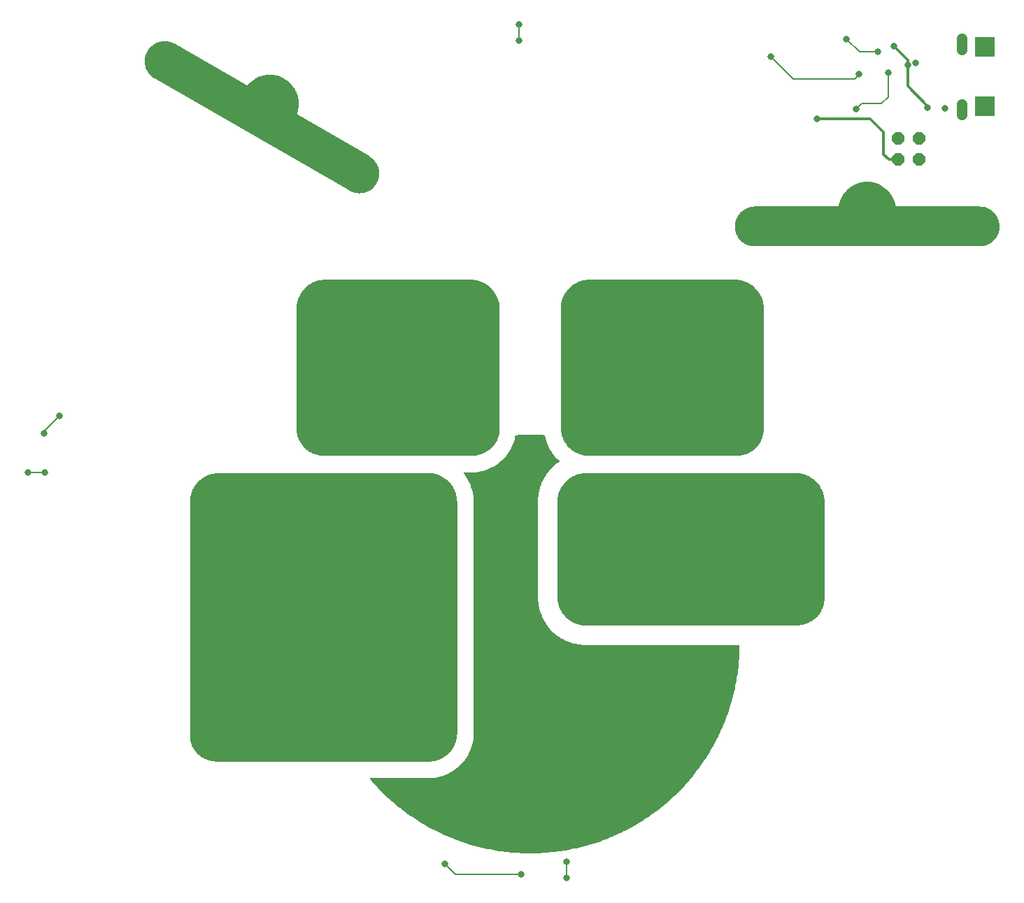
<source format=gbr>
G04 EAGLE Gerber RS-274X export*
G75*
%MOMM*%
%FSLAX34Y34*%
%LPD*%
%INTop Copper*%
%IPPOS*%
%AMOC8*
5,1,8,0,0,1.08239X$1,22.5*%
G01*
%ADD10R,2.413000X2.413000*%
%ADD11C,1.308000*%
%ADD12P,1.649562X8X22.500000*%
%ADD13C,0.800100*%
%ADD14C,0.203200*%
%ADD15C,0.304800*%

G36*
X-687923Y367794D02*
X-687923Y367794D01*
X-687917Y367793D01*
X-686507Y367822D01*
X-686498Y367824D01*
X-686487Y367823D01*
X-685079Y367909D01*
X-685070Y367911D01*
X-685058Y367911D01*
X-683655Y368054D01*
X-683646Y368056D01*
X-683635Y368056D01*
X-682238Y368257D01*
X-682229Y368260D01*
X-682218Y368260D01*
X-680831Y368518D01*
X-680824Y368521D01*
X-680816Y368521D01*
X-680127Y368672D01*
X-680120Y368675D01*
X-680111Y368675D01*
X-678743Y369019D01*
X-678735Y369023D01*
X-678723Y369025D01*
X-677371Y369425D01*
X-677362Y369430D01*
X-677351Y369432D01*
X-676016Y369887D01*
X-676008Y369892D01*
X-675996Y369894D01*
X-674681Y370406D01*
X-674674Y370411D01*
X-674662Y370414D01*
X-673370Y370979D01*
X-673362Y370984D01*
X-673351Y370987D01*
X-672083Y371605D01*
X-672077Y371609D01*
X-672069Y371612D01*
X-671445Y371941D01*
X-671439Y371945D01*
X-671431Y371948D01*
X-670204Y372644D01*
X-670197Y372650D01*
X-670186Y372654D01*
X-668989Y373400D01*
X-668982Y373406D01*
X-668972Y373411D01*
X-667805Y374204D01*
X-667799Y374211D01*
X-667788Y374217D01*
X-666656Y375058D01*
X-666652Y375063D01*
X-666644Y375067D01*
X-666091Y375505D01*
X-666086Y375510D01*
X-666079Y375515D01*
X-665000Y376424D01*
X-664995Y376431D01*
X-664985Y376437D01*
X-663944Y377390D01*
X-663940Y377396D01*
X-663933Y377401D01*
X-663428Y377893D01*
X-663424Y377899D01*
X-663417Y377904D01*
X-662437Y378918D01*
X-662432Y378926D01*
X-662428Y378929D01*
X-662427Y378930D01*
X-662423Y378933D01*
X-661485Y379987D01*
X-661481Y379995D01*
X-661472Y380003D01*
X-660578Y381094D01*
X-660574Y381102D01*
X-660565Y381110D01*
X-659717Y382237D01*
X-659713Y382246D01*
X-659706Y382254D01*
X-658904Y383415D01*
X-658900Y383423D01*
X-658892Y383432D01*
X-658140Y384625D01*
X-658137Y384632D01*
X-658132Y384638D01*
X-657774Y385246D01*
X-657771Y385252D01*
X-657766Y385259D01*
X-657088Y386497D01*
X-657086Y386506D01*
X-657079Y386515D01*
X-656453Y387779D01*
X-656450Y387788D01*
X-656444Y387798D01*
X-655871Y389087D01*
X-655869Y389096D01*
X-655862Y389106D01*
X-655343Y390418D01*
X-655342Y390427D01*
X-655336Y390437D01*
X-654871Y391769D01*
X-654870Y391778D01*
X-654865Y391789D01*
X-654456Y393139D01*
X-654455Y393146D01*
X-654452Y393153D01*
X-654268Y393834D01*
X-654268Y393842D01*
X-654264Y393850D01*
X-653940Y395223D01*
X-653940Y395232D01*
X-653936Y395243D01*
X-653669Y396628D01*
X-653669Y396638D01*
X-653665Y396648D01*
X-653456Y398043D01*
X-653456Y398053D01*
X-653453Y398064D01*
X-653301Y399466D01*
X-653301Y399473D01*
X-653299Y399482D01*
X-653245Y400185D01*
X-653246Y400192D01*
X-653244Y400200D01*
X-653178Y401609D01*
X-653179Y401618D01*
X-653177Y401628D01*
X-653165Y403039D01*
X-653165Y403041D01*
X-653165Y403043D01*
X-653165Y652057D01*
X-653166Y652061D01*
X-653165Y652066D01*
X-653185Y652158D01*
X-653196Y652208D01*
X-653193Y652213D01*
X-653186Y652252D01*
X-653174Y652280D01*
X-653175Y652320D01*
X-653165Y652377D01*
X-653166Y682713D01*
X-653167Y682719D01*
X-653166Y682726D01*
X-653167Y682743D01*
X-653203Y684136D01*
X-653205Y684145D01*
X-653204Y684156D01*
X-653298Y685564D01*
X-653301Y685573D01*
X-653300Y685584D01*
X-653452Y686987D01*
X-653454Y686994D01*
X-653454Y687002D01*
X-653552Y687701D01*
X-653554Y687708D01*
X-653554Y687716D01*
X-653792Y689107D01*
X-653796Y689116D01*
X-653796Y689127D01*
X-654092Y690507D01*
X-654096Y690515D01*
X-654097Y690527D01*
X-654449Y691893D01*
X-654453Y691901D01*
X-654455Y691913D01*
X-654863Y693263D01*
X-654867Y693270D01*
X-654868Y693278D01*
X-655094Y693947D01*
X-655097Y693953D01*
X-655099Y693961D01*
X-655591Y695283D01*
X-655595Y695290D01*
X-655596Y695298D01*
X-655863Y695951D01*
X-655867Y695957D01*
X-655869Y695965D01*
X-656442Y697254D01*
X-656448Y697262D01*
X-656451Y697273D01*
X-657077Y698537D01*
X-657083Y698545D01*
X-657087Y698555D01*
X-657764Y699793D01*
X-657769Y699799D01*
X-657772Y699807D01*
X-658130Y700415D01*
X-658135Y700420D01*
X-658138Y700428D01*
X-658891Y701621D01*
X-658896Y701626D01*
X-658899Y701634D01*
X-659294Y702218D01*
X-659298Y702222D01*
X-659300Y702227D01*
X-659707Y702803D01*
X-659712Y702808D01*
X-659716Y702815D01*
X-660563Y703943D01*
X-660571Y703949D01*
X-660576Y703959D01*
X-661471Y705051D01*
X-661478Y705057D01*
X-661484Y705066D01*
X-662421Y706120D01*
X-662429Y706126D01*
X-662435Y706135D01*
X-663415Y707150D01*
X-663421Y707154D01*
X-663426Y707161D01*
X-663931Y707653D01*
X-663937Y707657D01*
X-663943Y707664D01*
X-664984Y708617D01*
X-664991Y708621D01*
X-664999Y708630D01*
X-666077Y709539D01*
X-666085Y709544D01*
X-666093Y709552D01*
X-667208Y710417D01*
X-667215Y710420D01*
X-667220Y710426D01*
X-667791Y710841D01*
X-667797Y710844D01*
X-667804Y710850D01*
X-668970Y711644D01*
X-668979Y711647D01*
X-668987Y711655D01*
X-670185Y712400D01*
X-670194Y712404D01*
X-670202Y712411D01*
X-671430Y713106D01*
X-671437Y713109D01*
X-671443Y713114D01*
X-672067Y713443D01*
X-672074Y713445D01*
X-672082Y713450D01*
X-673350Y714068D01*
X-673357Y714069D01*
X-673364Y714074D01*
X-674007Y714364D01*
X-674012Y714365D01*
X-674017Y714368D01*
X-674666Y714644D01*
X-674673Y714645D01*
X-674680Y714649D01*
X-675995Y715161D01*
X-676004Y715162D01*
X-676015Y715168D01*
X-677350Y715624D01*
X-677359Y715625D01*
X-677370Y715630D01*
X-678722Y716030D01*
X-678732Y716031D01*
X-678742Y716036D01*
X-680111Y716380D01*
X-680118Y716380D01*
X-680126Y716384D01*
X-680815Y716534D01*
X-680822Y716534D01*
X-680830Y716537D01*
X-682217Y716795D01*
X-682224Y716795D01*
X-682233Y716798D01*
X-682930Y716905D01*
X-682937Y716905D01*
X-682945Y716907D01*
X-684345Y717080D01*
X-684354Y717079D01*
X-684366Y717082D01*
X-685772Y717196D01*
X-685779Y717195D01*
X-685787Y717197D01*
X-686492Y717233D01*
X-686498Y717232D01*
X-686507Y717233D01*
X-687917Y717262D01*
X-687922Y717261D01*
X-687927Y717262D01*
X-941901Y717261D01*
X-941904Y717261D01*
X-941908Y717261D01*
X-942613Y717252D01*
X-942620Y717250D01*
X-942629Y717251D01*
X-944038Y717188D01*
X-944045Y717186D01*
X-944054Y717187D01*
X-944757Y717134D01*
X-944764Y717132D01*
X-944772Y717132D01*
X-946175Y716983D01*
X-946184Y716980D01*
X-946196Y716981D01*
X-947591Y716773D01*
X-947598Y716771D01*
X-947606Y716770D01*
X-948300Y716646D01*
X-948307Y716643D01*
X-948316Y716643D01*
X-949696Y716349D01*
X-949702Y716346D01*
X-949711Y716346D01*
X-950396Y716178D01*
X-950402Y716175D01*
X-950411Y716174D01*
X-951770Y715795D01*
X-951776Y715792D01*
X-951785Y715791D01*
X-952458Y715581D01*
X-952465Y715577D01*
X-952473Y715576D01*
X-953806Y715114D01*
X-953812Y715110D01*
X-953821Y715108D01*
X-954480Y714857D01*
X-954486Y714853D01*
X-954495Y714851D01*
X-955796Y714306D01*
X-955804Y714301D01*
X-955815Y714298D01*
X-957093Y713700D01*
X-957100Y713695D01*
X-957111Y713691D01*
X-958363Y713041D01*
X-958369Y713037D01*
X-958377Y713034D01*
X-958993Y712690D01*
X-958998Y712685D01*
X-959006Y712682D01*
X-960216Y711956D01*
X-960221Y711951D01*
X-960229Y711948D01*
X-960822Y711567D01*
X-960826Y711563D01*
X-960831Y711561D01*
X-961416Y711167D01*
X-961421Y711162D01*
X-961429Y711158D01*
X-962575Y710335D01*
X-962580Y710330D01*
X-962587Y710326D01*
X-963147Y709897D01*
X-963152Y709891D01*
X-963159Y709887D01*
X-964252Y708995D01*
X-964256Y708990D01*
X-964264Y708986D01*
X-964797Y708523D01*
X-964801Y708518D01*
X-964808Y708513D01*
X-965844Y707555D01*
X-965848Y707550D01*
X-965855Y707545D01*
X-966359Y707051D01*
X-966363Y707045D01*
X-966370Y707040D01*
X-967345Y706020D01*
X-967350Y706012D01*
X-967359Y706005D01*
X-968292Y704947D01*
X-968296Y704941D01*
X-968302Y704935D01*
X-968752Y704392D01*
X-968755Y704386D01*
X-968762Y704380D01*
X-969628Y703267D01*
X-969631Y703261D01*
X-969638Y703255D01*
X-970053Y702685D01*
X-970056Y702678D01*
X-970062Y702672D01*
X-970858Y701507D01*
X-970861Y701501D01*
X-970867Y701495D01*
X-971247Y700901D01*
X-971249Y700896D01*
X-971253Y700892D01*
X-971620Y700289D01*
X-971622Y700283D01*
X-971628Y700276D01*
X-972326Y699050D01*
X-972328Y699044D01*
X-972333Y699037D01*
X-972663Y698413D01*
X-972665Y698406D01*
X-972670Y698399D01*
X-973291Y697132D01*
X-973293Y697123D01*
X-973299Y697113D01*
X-973867Y695822D01*
X-973869Y695813D01*
X-973875Y695803D01*
X-974389Y694489D01*
X-974390Y694480D01*
X-974396Y694469D01*
X-974854Y693135D01*
X-974855Y693126D01*
X-974860Y693115D01*
X-975263Y691763D01*
X-975264Y691754D01*
X-975269Y691743D01*
X-975616Y690376D01*
X-975616Y690366D01*
X-975620Y690355D01*
X-975909Y688974D01*
X-975910Y688965D01*
X-975913Y688954D01*
X-976145Y687563D01*
X-976145Y687553D01*
X-976148Y687542D01*
X-976323Y686143D01*
X-976322Y686133D01*
X-976325Y686122D01*
X-976443Y684716D01*
X-976442Y684707D01*
X-976444Y684696D01*
X-976503Y683286D01*
X-976502Y683279D01*
X-976503Y683271D01*
X-976512Y682566D01*
X-976511Y682563D01*
X-976512Y682560D01*
X-976512Y652929D01*
X-976509Y652913D01*
X-976511Y652893D01*
X-976463Y652236D01*
X-976438Y652149D01*
X-976424Y652087D01*
X-976482Y651926D01*
X-976483Y651922D01*
X-976485Y651919D01*
X-976512Y651755D01*
X-976502Y398509D01*
X-976500Y398499D01*
X-976502Y398487D01*
X-976439Y397078D01*
X-976436Y397068D01*
X-976437Y397056D01*
X-976314Y395651D01*
X-976311Y395642D01*
X-976312Y395630D01*
X-976128Y394231D01*
X-976124Y394221D01*
X-976124Y394209D01*
X-975878Y392820D01*
X-975874Y392810D01*
X-975873Y392797D01*
X-975562Y391421D01*
X-975558Y391412D01*
X-975557Y391399D01*
X-975182Y390039D01*
X-975177Y390029D01*
X-975175Y390015D01*
X-974735Y388675D01*
X-974730Y388666D01*
X-974727Y388652D01*
X-974223Y387335D01*
X-974217Y387325D01*
X-974214Y387312D01*
X-973646Y386021D01*
X-973639Y386012D01*
X-973635Y385999D01*
X-973004Y384737D01*
X-972997Y384728D01*
X-972992Y384715D01*
X-972299Y383487D01*
X-972292Y383478D01*
X-972286Y383465D01*
X-971533Y382273D01*
X-971525Y382265D01*
X-971519Y382252D01*
X-970707Y381098D01*
X-970699Y381091D01*
X-970693Y381079D01*
X-969826Y379966D01*
X-969817Y379959D01*
X-969810Y379947D01*
X-968889Y378879D01*
X-968880Y378872D01*
X-968873Y378861D01*
X-967902Y377838D01*
X-967893Y377831D01*
X-967885Y377821D01*
X-966867Y376845D01*
X-966857Y376839D01*
X-966849Y376829D01*
X-965785Y375902D01*
X-965776Y375897D01*
X-965768Y375888D01*
X-964663Y375011D01*
X-964654Y375006D01*
X-964645Y374997D01*
X-963502Y374170D01*
X-963495Y374167D01*
X-963488Y374161D01*
X-962903Y373767D01*
X-962896Y373764D01*
X-962889Y373758D01*
X-961693Y373010D01*
X-961684Y373006D01*
X-961675Y372999D01*
X-960449Y372301D01*
X-960440Y372298D01*
X-960430Y372291D01*
X-959175Y371647D01*
X-959169Y371645D01*
X-959162Y371640D01*
X-958525Y371337D01*
X-958518Y371335D01*
X-958510Y371330D01*
X-957218Y370765D01*
X-957209Y370763D01*
X-957200Y370758D01*
X-955888Y370242D01*
X-955881Y370241D01*
X-955874Y370237D01*
X-955210Y369998D01*
X-955204Y369997D01*
X-955196Y369993D01*
X-953855Y369556D01*
X-953846Y369555D01*
X-953837Y369550D01*
X-952480Y369164D01*
X-952474Y369163D01*
X-952467Y369160D01*
X-951784Y368985D01*
X-951778Y368985D01*
X-951771Y368982D01*
X-950396Y368668D01*
X-950387Y368668D01*
X-950377Y368664D01*
X-948991Y368403D01*
X-948985Y368403D01*
X-948978Y368401D01*
X-948282Y368288D01*
X-948276Y368288D01*
X-948270Y368286D01*
X-946872Y368095D01*
X-946864Y368095D01*
X-946855Y368093D01*
X-945452Y367950D01*
X-945442Y367951D01*
X-945431Y367948D01*
X-943319Y367823D01*
X-943308Y367824D01*
X-943296Y367822D01*
X-941180Y367793D01*
X-941177Y367794D01*
X-941173Y367793D01*
X-687927Y367793D01*
X-687923Y367794D01*
G37*
G36*
X-561637Y256768D02*
X-561637Y256768D01*
X-561635Y256769D01*
X-561631Y256769D01*
X-558986Y256815D01*
X-558984Y256815D01*
X-558981Y256815D01*
X-556336Y256887D01*
X-556334Y256888D01*
X-556330Y256887D01*
X-553158Y257010D01*
X-553155Y257011D01*
X-553151Y257011D01*
X-549980Y257173D01*
X-549978Y257174D01*
X-549974Y257173D01*
X-546806Y257375D01*
X-546803Y257376D01*
X-546799Y257375D01*
X-543633Y257616D01*
X-543631Y257617D01*
X-543627Y257617D01*
X-540464Y257897D01*
X-540462Y257898D01*
X-540458Y257898D01*
X-537299Y258218D01*
X-537296Y258219D01*
X-537293Y258219D01*
X-534138Y258578D01*
X-534136Y258579D01*
X-534132Y258579D01*
X-530982Y258978D01*
X-530979Y258979D01*
X-530976Y258979D01*
X-527831Y259417D01*
X-527828Y259418D01*
X-527825Y259418D01*
X-524686Y259896D01*
X-524683Y259897D01*
X-524680Y259897D01*
X-521547Y260415D01*
X-521544Y260416D01*
X-521541Y260416D01*
X-518415Y260973D01*
X-518412Y260974D01*
X-518409Y260974D01*
X-515290Y261570D01*
X-515288Y261571D01*
X-515284Y261572D01*
X-512173Y262207D01*
X-512170Y262208D01*
X-512167Y262208D01*
X-509064Y262883D01*
X-509062Y262884D01*
X-509058Y262885D01*
X-505964Y263598D01*
X-505962Y263600D01*
X-505958Y263600D01*
X-502874Y264353D01*
X-502871Y264354D01*
X-502868Y264354D01*
X-500305Y265011D01*
X-500302Y265012D01*
X-500299Y265013D01*
X-497233Y265836D01*
X-497230Y265838D01*
X-497227Y265838D01*
X-494171Y266701D01*
X-494168Y266702D01*
X-494165Y266703D01*
X-491120Y267604D01*
X-491118Y267605D01*
X-491114Y267606D01*
X-488082Y268546D01*
X-488079Y268547D01*
X-488076Y268547D01*
X-485055Y269526D01*
X-485052Y269527D01*
X-485049Y269528D01*
X-482041Y270544D01*
X-482038Y270545D01*
X-482035Y270546D01*
X-479538Y271422D01*
X-479536Y271423D01*
X-479533Y271424D01*
X-476549Y272509D01*
X-476547Y272511D01*
X-476543Y272511D01*
X-473573Y273634D01*
X-473571Y273636D01*
X-473567Y273637D01*
X-470612Y274798D01*
X-470610Y274799D01*
X-470607Y274800D01*
X-468155Y275796D01*
X-468153Y275797D01*
X-468150Y275798D01*
X-465222Y277027D01*
X-465220Y277028D01*
X-465217Y277029D01*
X-462305Y278295D01*
X-462302Y278296D01*
X-462299Y278297D01*
X-459403Y279599D01*
X-459401Y279601D01*
X-459397Y279602D01*
X-456518Y280941D01*
X-456516Y280943D01*
X-456512Y280944D01*
X-453650Y282319D01*
X-453648Y282320D01*
X-453645Y282321D01*
X-451274Y283495D01*
X-451272Y283496D01*
X-451269Y283497D01*
X-448439Y284937D01*
X-448437Y284939D01*
X-448433Y284940D01*
X-445622Y286416D01*
X-445620Y286418D01*
X-445617Y286419D01*
X-442824Y287931D01*
X-442822Y287933D01*
X-442819Y287934D01*
X-440507Y289220D01*
X-440505Y289222D01*
X-440502Y289223D01*
X-437745Y290798D01*
X-437743Y290800D01*
X-437740Y290801D01*
X-435003Y292411D01*
X-435001Y292413D01*
X-434997Y292414D01*
X-432281Y294059D01*
X-432279Y294061D01*
X-432276Y294062D01*
X-429581Y295740D01*
X-429579Y295742D01*
X-429576Y295743D01*
X-427345Y297167D01*
X-427344Y297169D01*
X-427341Y297170D01*
X-424684Y298909D01*
X-424682Y298911D01*
X-424679Y298913D01*
X-422045Y300686D01*
X-422043Y300688D01*
X-422041Y300689D01*
X-419862Y302192D01*
X-419861Y302193D01*
X-419858Y302195D01*
X-417265Y304027D01*
X-417263Y304029D01*
X-417260Y304031D01*
X-414690Y305896D01*
X-414688Y305898D01*
X-414685Y305900D01*
X-412139Y307797D01*
X-412137Y307799D01*
X-412134Y307800D01*
X-410031Y309405D01*
X-410029Y309407D01*
X-410026Y309408D01*
X-407524Y311363D01*
X-407522Y311365D01*
X-407519Y311367D01*
X-405041Y313353D01*
X-405040Y313355D01*
X-405037Y313357D01*
X-402992Y315035D01*
X-402990Y315037D01*
X-402987Y315039D01*
X-400556Y317080D01*
X-400554Y317083D01*
X-400551Y317084D01*
X-398145Y319157D01*
X-398143Y319159D01*
X-398140Y319161D01*
X-395761Y321263D01*
X-395759Y321266D01*
X-395756Y321267D01*
X-393403Y323399D01*
X-393402Y323402D01*
X-393399Y323404D01*
X-390687Y325927D01*
X-390685Y325930D01*
X-390682Y325932D01*
X-388387Y328126D01*
X-388386Y328129D01*
X-388383Y328131D01*
X-386115Y330353D01*
X-386114Y330356D01*
X-386111Y330358D01*
X-383871Y332608D01*
X-383869Y332611D01*
X-383867Y332613D01*
X-381656Y334892D01*
X-381654Y334894D01*
X-381651Y334896D01*
X-379469Y337203D01*
X-379468Y337205D01*
X-379465Y337207D01*
X-377668Y339149D01*
X-377667Y339151D01*
X-377664Y339153D01*
X-375535Y341508D01*
X-375533Y341511D01*
X-375531Y341513D01*
X-373431Y343895D01*
X-373430Y343897D01*
X-373428Y343899D01*
X-371701Y345904D01*
X-371699Y345906D01*
X-371697Y345908D01*
X-369652Y348337D01*
X-369651Y348340D01*
X-369648Y348342D01*
X-367634Y350797D01*
X-367633Y350799D01*
X-367630Y350801D01*
X-365976Y352866D01*
X-365975Y352868D01*
X-365972Y352870D01*
X-364014Y355370D01*
X-364013Y355373D01*
X-364011Y355375D01*
X-362084Y357899D01*
X-362083Y357902D01*
X-362081Y357904D01*
X-360186Y360453D01*
X-360185Y360455D01*
X-360183Y360458D01*
X-358321Y363029D01*
X-358320Y363032D01*
X-358317Y363034D01*
X-356487Y365629D01*
X-356486Y365632D01*
X-356483Y365635D01*
X-354389Y368691D01*
X-354388Y368693D01*
X-354386Y368696D01*
X-352627Y371339D01*
X-352625Y371342D01*
X-352623Y371345D01*
X-350897Y374010D01*
X-350896Y374012D01*
X-350894Y374015D01*
X-349201Y376701D01*
X-349200Y376704D01*
X-349198Y376707D01*
X-347540Y379415D01*
X-347539Y379417D01*
X-347537Y379419D01*
X-346181Y381692D01*
X-346180Y381694D01*
X-346178Y381697D01*
X-344582Y384441D01*
X-344581Y384444D01*
X-344579Y384447D01*
X-343018Y387212D01*
X-343017Y387214D01*
X-343015Y387217D01*
X-341489Y390002D01*
X-341488Y390004D01*
X-341486Y390007D01*
X-340241Y392342D01*
X-340241Y392344D01*
X-340239Y392347D01*
X-338777Y395165D01*
X-338776Y395168D01*
X-338774Y395171D01*
X-337348Y398008D01*
X-337347Y398011D01*
X-337345Y398013D01*
X-335955Y400868D01*
X-335954Y400871D01*
X-335952Y400874D01*
X-334598Y403746D01*
X-334598Y403748D01*
X-334596Y403751D01*
X-333495Y406157D01*
X-333495Y406160D01*
X-333493Y406163D01*
X-332206Y409065D01*
X-332205Y409068D01*
X-332203Y409071D01*
X-330952Y411989D01*
X-330952Y411992D01*
X-330950Y411995D01*
X-329736Y414929D01*
X-329736Y414932D01*
X-329734Y414935D01*
X-328558Y417884D01*
X-328557Y417887D01*
X-328556Y417889D01*
X-327604Y420358D01*
X-327603Y420361D01*
X-327602Y420364D01*
X-326494Y423339D01*
X-326493Y423342D01*
X-326492Y423345D01*
X-325421Y426334D01*
X-325421Y426337D01*
X-325419Y426341D01*
X-324387Y429343D01*
X-324387Y429346D01*
X-324385Y429349D01*
X-323391Y432365D01*
X-323390Y432368D01*
X-323389Y432371D01*
X-322433Y435399D01*
X-322433Y435401D01*
X-322431Y435404D01*
X-321664Y437936D01*
X-321664Y437939D01*
X-321662Y437942D01*
X-320777Y440991D01*
X-320776Y440994D01*
X-320775Y440997D01*
X-319928Y444057D01*
X-319928Y444060D01*
X-319926Y444063D01*
X-319118Y447134D01*
X-319118Y447137D01*
X-319116Y447140D01*
X-318347Y450220D01*
X-318347Y450223D01*
X-318345Y450227D01*
X-317615Y453317D01*
X-317615Y453320D01*
X-317614Y453323D01*
X-316922Y456422D01*
X-316922Y456425D01*
X-316921Y456428D01*
X-316269Y459535D01*
X-316269Y459538D01*
X-316268Y459542D01*
X-315655Y462657D01*
X-315655Y462660D01*
X-315654Y462663D01*
X-315080Y465786D01*
X-315080Y465789D01*
X-315079Y465792D01*
X-314545Y468922D01*
X-314545Y468925D01*
X-314544Y468928D01*
X-314049Y472065D01*
X-314049Y472068D01*
X-314048Y472071D01*
X-313593Y475213D01*
X-313593Y475216D01*
X-313592Y475219D01*
X-313176Y478367D01*
X-313176Y478370D01*
X-313175Y478373D01*
X-312799Y481526D01*
X-312799Y481529D01*
X-312798Y481532D01*
X-312515Y484163D01*
X-312515Y484165D01*
X-312515Y484167D01*
X-312307Y486274D01*
X-312308Y486276D01*
X-312307Y486279D01*
X-312029Y489442D01*
X-312030Y489445D01*
X-312029Y489448D01*
X-311790Y492614D01*
X-311791Y492617D01*
X-311790Y492621D01*
X-311591Y495789D01*
X-311591Y495792D01*
X-311591Y495796D01*
X-311431Y498967D01*
X-311432Y498969D01*
X-311431Y498973D01*
X-311310Y502146D01*
X-311311Y502149D01*
X-311310Y502152D01*
X-311230Y505326D01*
X-311230Y505329D01*
X-311229Y505332D01*
X-311188Y508507D01*
X-311207Y508607D01*
X-311224Y508701D01*
X-311225Y508702D01*
X-311225Y508703D01*
X-311281Y508787D01*
X-311334Y508867D01*
X-311335Y508867D01*
X-311335Y508868D01*
X-311340Y508871D01*
X-311470Y508963D01*
X-311825Y509135D01*
X-311854Y509142D01*
X-311878Y509157D01*
X-311977Y509174D01*
X-312018Y509184D01*
X-312029Y509182D01*
X-312043Y509185D01*
X-495144Y509190D01*
X-495151Y509189D01*
X-495159Y509190D01*
X-496739Y509144D01*
X-497788Y509136D01*
X-499887Y509175D01*
X-501986Y509290D01*
X-503028Y509375D01*
X-504595Y509541D01*
X-505633Y509675D01*
X-507189Y509910D01*
X-509255Y510292D01*
X-510793Y510629D01*
X-511809Y510875D01*
X-513332Y511281D01*
X-514338Y511575D01*
X-515840Y512050D01*
X-516832Y512391D01*
X-517816Y512747D01*
X-519286Y513319D01*
X-520252Y513721D01*
X-521694Y514359D01*
X-522640Y514804D01*
X-524051Y515506D01*
X-525440Y516248D01*
X-526352Y516761D01*
X-528154Y517841D01*
X-529479Y518694D01*
X-530345Y519279D01*
X-531631Y520192D01*
X-532471Y520818D01*
X-533712Y521786D01*
X-534524Y522451D01*
X-535720Y523474D01*
X-536500Y524175D01*
X-537649Y525252D01*
X-538396Y525987D01*
X-539495Y527116D01*
X-540208Y527884D01*
X-540907Y528664D01*
X-541932Y529863D01*
X-542595Y530674D01*
X-543562Y531915D01*
X-544800Y533613D01*
X-545393Y534475D01*
X-546255Y535792D01*
X-547348Y537586D01*
X-547868Y538495D01*
X-548617Y539877D01*
X-549559Y541757D01*
X-550001Y542705D01*
X-550634Y544145D01*
X-551415Y546094D01*
X-552124Y548069D01*
X-552607Y549568D01*
X-552905Y550569D01*
X-553449Y552601D01*
X-553806Y554132D01*
X-554020Y555158D01*
X-554218Y556189D01*
X-554476Y557743D01*
X-554625Y558779D01*
X-554814Y560342D01*
X-555002Y562428D01*
X-555017Y562937D01*
X-555163Y578275D01*
X-555236Y593091D01*
X-555261Y608436D01*
X-555194Y667177D01*
X-555195Y667178D01*
X-555194Y667179D01*
X-555233Y683747D01*
X-555185Y685848D01*
X-555096Y687419D01*
X-554967Y688987D01*
X-554795Y690551D01*
X-554578Y692110D01*
X-554319Y693662D01*
X-554019Y695208D01*
X-553675Y696741D01*
X-553150Y698775D01*
X-552708Y700282D01*
X-552052Y702279D01*
X-551514Y703756D01*
X-550933Y705219D01*
X-550313Y706665D01*
X-549654Y708094D01*
X-548956Y709503D01*
X-547962Y711355D01*
X-547176Y712716D01*
X-546350Y714055D01*
X-545193Y715808D01*
X-544285Y717090D01*
X-543017Y718765D01*
X-542029Y719990D01*
X-541007Y721185D01*
X-539952Y722353D01*
X-538866Y723493D01*
X-537750Y724603D01*
X-536604Y725679D01*
X-535028Y727070D01*
X-533818Y728071D01*
X-532156Y729357D01*
X-530883Y730281D01*
X-529579Y731172D01*
X-529545Y731206D01*
X-529506Y731233D01*
X-529477Y731277D01*
X-529440Y731315D01*
X-529423Y731359D01*
X-529397Y731399D01*
X-529387Y731451D01*
X-529368Y731500D01*
X-529369Y731548D01*
X-529361Y731594D01*
X-529373Y731657D01*
X-529374Y731699D01*
X-529385Y731723D01*
X-529392Y731758D01*
X-529516Y732093D01*
X-529534Y732122D01*
X-529544Y732155D01*
X-529597Y732224D01*
X-529621Y732262D01*
X-529634Y732271D01*
X-529646Y732287D01*
X-530419Y733001D01*
X-531551Y734096D01*
X-532652Y735222D01*
X-533365Y735986D01*
X-534755Y737562D01*
X-536083Y739186D01*
X-537349Y740857D01*
X-538553Y742576D01*
X-539690Y744339D01*
X-540759Y746143D01*
X-541759Y747988D01*
X-542688Y749868D01*
X-543544Y751784D01*
X-544137Y753241D01*
X-544507Y754218D01*
X-545195Y756205D01*
X-545507Y757202D01*
X-545941Y758714D01*
X-546450Y760749D01*
X-546882Y762812D01*
X-546920Y762901D01*
X-546956Y762989D01*
X-546959Y762991D01*
X-546960Y762994D01*
X-547030Y763061D01*
X-547098Y763128D01*
X-547102Y763130D01*
X-547104Y763132D01*
X-547126Y763140D01*
X-547251Y763194D01*
X-547709Y763307D01*
X-547746Y763309D01*
X-547797Y763321D01*
X-549381Y763422D01*
X-549383Y763422D01*
X-549385Y763422D01*
X-552027Y763569D01*
X-552030Y763569D01*
X-552033Y763569D01*
X-555734Y763733D01*
X-555736Y763732D01*
X-555740Y763733D01*
X-558384Y763817D01*
X-558386Y763817D01*
X-558389Y763817D01*
X-560505Y763864D01*
X-560508Y763864D01*
X-560512Y763864D01*
X-564745Y763903D01*
X-564748Y763902D01*
X-564752Y763903D01*
X-566869Y763893D01*
X-566871Y763893D01*
X-566874Y763893D01*
X-569520Y763853D01*
X-569522Y763853D01*
X-569526Y763853D01*
X-572700Y763768D01*
X-572702Y763768D01*
X-572705Y763768D01*
X-575349Y763669D01*
X-575351Y763668D01*
X-575354Y763668D01*
X-577997Y763542D01*
X-578000Y763541D01*
X-578003Y763541D01*
X-581701Y763320D01*
X-581742Y763309D01*
X-581808Y763301D01*
X-582254Y763174D01*
X-582332Y763134D01*
X-582412Y763097D01*
X-582420Y763088D01*
X-582430Y763083D01*
X-582487Y763015D01*
X-582546Y762949D01*
X-582550Y762938D01*
X-582557Y762930D01*
X-582569Y762890D01*
X-582606Y762794D01*
X-582922Y761246D01*
X-583282Y759714D01*
X-583686Y758193D01*
X-583979Y757189D01*
X-584457Y755689D01*
X-584977Y754203D01*
X-585347Y753224D01*
X-585939Y751765D01*
X-586571Y750325D01*
X-587246Y748903D01*
X-587959Y747503D01*
X-588714Y746119D01*
X-589237Y745214D01*
X-590057Y743869D01*
X-590914Y742549D01*
X-591807Y741254D01*
X-592737Y739985D01*
X-593702Y738743D01*
X-594702Y737526D01*
X-595386Y736734D01*
X-596444Y735566D01*
X-597530Y734430D01*
X-598650Y733324D01*
X-599801Y732251D01*
X-600981Y731209D01*
X-602189Y730202D01*
X-603426Y729229D01*
X-604691Y728290D01*
X-605544Y727687D01*
X-606852Y726809D01*
X-608183Y725969D01*
X-609538Y725166D01*
X-610450Y724655D01*
X-611841Y723919D01*
X-613727Y722999D01*
X-615647Y722153D01*
X-617596Y721381D01*
X-619576Y720685D01*
X-621579Y720067D01*
X-623605Y719526D01*
X-625651Y719064D01*
X-627713Y718683D01*
X-629790Y718381D01*
X-631350Y718210D01*
X-633446Y718050D01*
X-634490Y718001D01*
X-636065Y717965D01*
X-645056Y717963D01*
X-645142Y717945D01*
X-645229Y717932D01*
X-645239Y717925D01*
X-645251Y717923D01*
X-645323Y717873D01*
X-645398Y717827D01*
X-645405Y717817D01*
X-645415Y717810D01*
X-645462Y717737D01*
X-645513Y717665D01*
X-645515Y717653D01*
X-645522Y717643D01*
X-645536Y717556D01*
X-645555Y717470D01*
X-645553Y717457D01*
X-645555Y717447D01*
X-645545Y717406D01*
X-645530Y717306D01*
X-645430Y717007D01*
X-645428Y717004D01*
X-645428Y716999D01*
X-645347Y716854D01*
X-644692Y716031D01*
X-643740Y714776D01*
X-642823Y713495D01*
X-642236Y712630D01*
X-641105Y710861D01*
X-640041Y709053D01*
X-639048Y707204D01*
X-638350Y705795D01*
X-637908Y704847D01*
X-637076Y702919D01*
X-636320Y700962D01*
X-635639Y698979D01*
X-635036Y696967D01*
X-634766Y695959D01*
X-634394Y694430D01*
X-633970Y692374D01*
X-633626Y690306D01*
X-633364Y688225D01*
X-633181Y686133D01*
X-633122Y685091D01*
X-633105Y684590D01*
X-633088Y684091D01*
X-633072Y683592D01*
X-633069Y683518D01*
X-633059Y403056D01*
X-633071Y401475D01*
X-633125Y399902D01*
X-633223Y398333D01*
X-633370Y396766D01*
X-633491Y395726D01*
X-633712Y394167D01*
X-633885Y393135D01*
X-634181Y391589D01*
X-634523Y390053D01*
X-634774Y389037D01*
X-635191Y387517D01*
X-635492Y386515D01*
X-635980Y385017D01*
X-636330Y384031D01*
X-636889Y382560D01*
X-637493Y381107D01*
X-638136Y379672D01*
X-638821Y378254D01*
X-639546Y376860D01*
X-640311Y375484D01*
X-641114Y374131D01*
X-641956Y372803D01*
X-642835Y371496D01*
X-643751Y370216D01*
X-644380Y369380D01*
X-645355Y368143D01*
X-646023Y367337D01*
X-647055Y366148D01*
X-648121Y364988D01*
X-649216Y363860D01*
X-650344Y362764D01*
X-651503Y361698D01*
X-652690Y360665D01*
X-653906Y359668D01*
X-655150Y358704D01*
X-656422Y357775D01*
X-657281Y357178D01*
X-658595Y356310D01*
X-659932Y355480D01*
X-661291Y354688D01*
X-662673Y353937D01*
X-664076Y353224D01*
X-665500Y352552D01*
X-666456Y352128D01*
X-667910Y351524D01*
X-669380Y350964D01*
X-670866Y350446D01*
X-672365Y349971D01*
X-673878Y349541D01*
X-675403Y349154D01*
X-676937Y348811D01*
X-679001Y348425D01*
X-680555Y348189D01*
X-682115Y347998D01*
X-683682Y347852D01*
X-685251Y347752D01*
X-686824Y347698D01*
X-688405Y347686D01*
X-757726Y347686D01*
X-757742Y347682D01*
X-757762Y347684D01*
X-758219Y347651D01*
X-758283Y347633D01*
X-758349Y347623D01*
X-758378Y347606D01*
X-758410Y347597D01*
X-758462Y347555D01*
X-758519Y347521D01*
X-758539Y347494D01*
X-758566Y347473D01*
X-758597Y347414D01*
X-758636Y347360D01*
X-758644Y347327D01*
X-758660Y347298D01*
X-758666Y347232D01*
X-758681Y347167D01*
X-758676Y347133D01*
X-758679Y347100D01*
X-758659Y347036D01*
X-758647Y346971D01*
X-758628Y346938D01*
X-758619Y346910D01*
X-758593Y346880D01*
X-758562Y346828D01*
X-756498Y344415D01*
X-756496Y344413D01*
X-756494Y344410D01*
X-754048Y341628D01*
X-754046Y341626D01*
X-754044Y341623D01*
X-751916Y339266D01*
X-751914Y339264D01*
X-751911Y339261D01*
X-749391Y336546D01*
X-749389Y336544D01*
X-749387Y336541D01*
X-747196Y334243D01*
X-747194Y334241D01*
X-747192Y334238D01*
X-744973Y331967D01*
X-744970Y331966D01*
X-744968Y331963D01*
X-742343Y329349D01*
X-742340Y329347D01*
X-742338Y329344D01*
X-739675Y326769D01*
X-739672Y326767D01*
X-739669Y326763D01*
X-736581Y323867D01*
X-736578Y323865D01*
X-736576Y323862D01*
X-734228Y321725D01*
X-734226Y321723D01*
X-734223Y321720D01*
X-731451Y319263D01*
X-731449Y319261D01*
X-731446Y319258D01*
X-729041Y317185D01*
X-729039Y317184D01*
X-729036Y317181D01*
X-726199Y314799D01*
X-726196Y314797D01*
X-726194Y314795D01*
X-723734Y312787D01*
X-723731Y312786D01*
X-723729Y312783D01*
X-720828Y310479D01*
X-720825Y310478D01*
X-720823Y310475D01*
X-718310Y308534D01*
X-718307Y308533D01*
X-718305Y308530D01*
X-715767Y306622D01*
X-715765Y306620D01*
X-715762Y306618D01*
X-712772Y304430D01*
X-712769Y304429D01*
X-712767Y304426D01*
X-710179Y302587D01*
X-710176Y302585D01*
X-710173Y302583D01*
X-707125Y300478D01*
X-707122Y300477D01*
X-707120Y300474D01*
X-704483Y298705D01*
X-704480Y298704D01*
X-704478Y298701D01*
X-701819Y296966D01*
X-701816Y296965D01*
X-701813Y296963D01*
X-698684Y294980D01*
X-698681Y294978D01*
X-698678Y294976D01*
X-695973Y293313D01*
X-695971Y293312D01*
X-695968Y293310D01*
X-692786Y291413D01*
X-692783Y291412D01*
X-692780Y291410D01*
X-690031Y289821D01*
X-690028Y289820D01*
X-690025Y289817D01*
X-687256Y288264D01*
X-687253Y288263D01*
X-687251Y288261D01*
X-683996Y286491D01*
X-683993Y286490D01*
X-683990Y286488D01*
X-681180Y285010D01*
X-681177Y285009D01*
X-681174Y285007D01*
X-677872Y283328D01*
X-677869Y283327D01*
X-677866Y283325D01*
X-675016Y281924D01*
X-675013Y281923D01*
X-675010Y281921D01*
X-671664Y280332D01*
X-671661Y280332D01*
X-671658Y280330D01*
X-668771Y279007D01*
X-668768Y279006D01*
X-668765Y279004D01*
X-665376Y277508D01*
X-665373Y277507D01*
X-665370Y277505D01*
X-662449Y276261D01*
X-662445Y276261D01*
X-662442Y276259D01*
X-659014Y274856D01*
X-659011Y274855D01*
X-659008Y274854D01*
X-656053Y273690D01*
X-656050Y273690D01*
X-656047Y273688D01*
X-652581Y272379D01*
X-652578Y272379D01*
X-652575Y272377D01*
X-649590Y271295D01*
X-649586Y271294D01*
X-649583Y271293D01*
X-649476Y271256D01*
X-649476Y271255D01*
X-648035Y270756D01*
X-646595Y270257D01*
X-646594Y270257D01*
X-646083Y270080D01*
X-646080Y270079D01*
X-646077Y270078D01*
X-643063Y269078D01*
X-643060Y269077D01*
X-643056Y269076D01*
X-639524Y267959D01*
X-639521Y267959D01*
X-639518Y267957D01*
X-636478Y267040D01*
X-636475Y267040D01*
X-636471Y267038D01*
X-632910Y266019D01*
X-632907Y266019D01*
X-632904Y266017D01*
X-629840Y265184D01*
X-629836Y265184D01*
X-629833Y265182D01*
X-626245Y264261D01*
X-626242Y264260D01*
X-626239Y264259D01*
X-623153Y263510D01*
X-623150Y263510D01*
X-623146Y263509D01*
X-619535Y262685D01*
X-619531Y262685D01*
X-619528Y262684D01*
X-616423Y262021D01*
X-616420Y262021D01*
X-616416Y262020D01*
X-612783Y261294D01*
X-612780Y261294D01*
X-612776Y261293D01*
X-609133Y260622D01*
X-609130Y260622D01*
X-609126Y260621D01*
X-605996Y260089D01*
X-605993Y260089D01*
X-605990Y260088D01*
X-602330Y259516D01*
X-602326Y259516D01*
X-602322Y259515D01*
X-598654Y258998D01*
X-598651Y258998D01*
X-598647Y258997D01*
X-595498Y258596D01*
X-595495Y258596D01*
X-595491Y258595D01*
X-591810Y258177D01*
X-591807Y258177D01*
X-591803Y258176D01*
X-588117Y257812D01*
X-588114Y257812D01*
X-588110Y257812D01*
X-584946Y257543D01*
X-584944Y257543D01*
X-584941Y257543D01*
X-582830Y257384D01*
X-582828Y257385D01*
X-582825Y257384D01*
X-579127Y257151D01*
X-579124Y257151D01*
X-579120Y257150D01*
X-575420Y256970D01*
X-575417Y256971D01*
X-575414Y256970D01*
X-572240Y256859D01*
X-572237Y256859D01*
X-572234Y256858D01*
X-568530Y256777D01*
X-568527Y256778D01*
X-568523Y256777D01*
X-564819Y256750D01*
X-564816Y256750D01*
X-564812Y256750D01*
X-561637Y256768D01*
G37*
G36*
X-243160Y532666D02*
X-243160Y532666D01*
X-243155Y532665D01*
X-241744Y532692D01*
X-241735Y532694D01*
X-241725Y532693D01*
X-240316Y532774D01*
X-240307Y532776D01*
X-240297Y532775D01*
X-238892Y532910D01*
X-238884Y532912D01*
X-238873Y532912D01*
X-237474Y533101D01*
X-237466Y533104D01*
X-237455Y533104D01*
X-236065Y533348D01*
X-236057Y533351D01*
X-236046Y533352D01*
X-234666Y533651D01*
X-234658Y533654D01*
X-234647Y533655D01*
X-233281Y534008D01*
X-233273Y534012D01*
X-233261Y534014D01*
X-231910Y534422D01*
X-231902Y534426D01*
X-231891Y534428D01*
X-230558Y534890D01*
X-230550Y534894D01*
X-230539Y534897D01*
X-229225Y535412D01*
X-229217Y535417D01*
X-229206Y535420D01*
X-227915Y535989D01*
X-227907Y535994D01*
X-227897Y535997D01*
X-226629Y536618D01*
X-226622Y536623D01*
X-226611Y536627D01*
X-225370Y537300D01*
X-225363Y537306D01*
X-225353Y537310D01*
X-224141Y538033D01*
X-224133Y538040D01*
X-224123Y538044D01*
X-222942Y538817D01*
X-222937Y538822D01*
X-222930Y538826D01*
X-222351Y539231D01*
X-222346Y539236D01*
X-222338Y539240D01*
X-221209Y540086D01*
X-221202Y540093D01*
X-221192Y540099D01*
X-220099Y540991D01*
X-220093Y540998D01*
X-220083Y541004D01*
X-219028Y541943D01*
X-219023Y541950D01*
X-219013Y541957D01*
X-217999Y542938D01*
X-217993Y542946D01*
X-217984Y542953D01*
X-217013Y543978D01*
X-217008Y543986D01*
X-216999Y543993D01*
X-216072Y545058D01*
X-216067Y545066D01*
X-216058Y545074D01*
X-215179Y546178D01*
X-215174Y546187D01*
X-215166Y546195D01*
X-214335Y547335D01*
X-214330Y547344D01*
X-214322Y547353D01*
X-213542Y548529D01*
X-213538Y548538D01*
X-213530Y548547D01*
X-212801Y549755D01*
X-212797Y549764D01*
X-212790Y549774D01*
X-212114Y551013D01*
X-212112Y551023D01*
X-212105Y551032D01*
X-211483Y552299D01*
X-211480Y552309D01*
X-211474Y552320D01*
X-210909Y553613D01*
X-210908Y553620D01*
X-210903Y553628D01*
X-210642Y554283D01*
X-210640Y554291D01*
X-210636Y554299D01*
X-210157Y555626D01*
X-210155Y555636D01*
X-210150Y555646D01*
X-209728Y556993D01*
X-209728Y557001D01*
X-209724Y557009D01*
X-209536Y557689D01*
X-209535Y557696D01*
X-209532Y557704D01*
X-209198Y559075D01*
X-209198Y559083D01*
X-209194Y559092D01*
X-209051Y559783D01*
X-209051Y559790D01*
X-209048Y559798D01*
X-208803Y561187D01*
X-208803Y561195D01*
X-208800Y561204D01*
X-208701Y561902D01*
X-208701Y561909D01*
X-208699Y561917D01*
X-208543Y563320D01*
X-208544Y563330D01*
X-208541Y563341D01*
X-208444Y564749D01*
X-208445Y564758D01*
X-208443Y564769D01*
X-208404Y566180D01*
X-208405Y566186D01*
X-208404Y566194D01*
X-208402Y651578D01*
X-208403Y651582D01*
X-208402Y651587D01*
X-208413Y652275D01*
X-208411Y652280D01*
X-208411Y652320D01*
X-208402Y652377D01*
X-208403Y682713D01*
X-208404Y682719D01*
X-208403Y682726D01*
X-208404Y682743D01*
X-208440Y684136D01*
X-208442Y684145D01*
X-208441Y684156D01*
X-208535Y685564D01*
X-208538Y685573D01*
X-208537Y685584D01*
X-208689Y686987D01*
X-208691Y686994D01*
X-208691Y687002D01*
X-208789Y687701D01*
X-208791Y687708D01*
X-208791Y687716D01*
X-209029Y689107D01*
X-209033Y689116D01*
X-209033Y689127D01*
X-209329Y690507D01*
X-209333Y690515D01*
X-209334Y690527D01*
X-209686Y691893D01*
X-209690Y691901D01*
X-209692Y691913D01*
X-210100Y693263D01*
X-210104Y693269D01*
X-210105Y693278D01*
X-210331Y693947D01*
X-210334Y693953D01*
X-210336Y693961D01*
X-210828Y695283D01*
X-210832Y695289D01*
X-210833Y695298D01*
X-211100Y695951D01*
X-211104Y695957D01*
X-211106Y695965D01*
X-211679Y697254D01*
X-211685Y697262D01*
X-211688Y697273D01*
X-212314Y698537D01*
X-212320Y698545D01*
X-212324Y698555D01*
X-213001Y699793D01*
X-213006Y699799D01*
X-213009Y699807D01*
X-213367Y700415D01*
X-213372Y700420D01*
X-213375Y700427D01*
X-214128Y701621D01*
X-214133Y701626D01*
X-214136Y701634D01*
X-214531Y702218D01*
X-214536Y702223D01*
X-214540Y702231D01*
X-215365Y703375D01*
X-215370Y703380D01*
X-215374Y703388D01*
X-215803Y703947D01*
X-215809Y703952D01*
X-215813Y703959D01*
X-216708Y705051D01*
X-216715Y705057D01*
X-216721Y705066D01*
X-217658Y706120D01*
X-217666Y706126D01*
X-217672Y706135D01*
X-218652Y707150D01*
X-218658Y707154D01*
X-218663Y707161D01*
X-219168Y707653D01*
X-219174Y707657D01*
X-219180Y707664D01*
X-220220Y708616D01*
X-220228Y708621D01*
X-220236Y708630D01*
X-221314Y709539D01*
X-221322Y709544D01*
X-221330Y709552D01*
X-222445Y710417D01*
X-222451Y710420D01*
X-222457Y710426D01*
X-223027Y710841D01*
X-223034Y710844D01*
X-223040Y710850D01*
X-224207Y711644D01*
X-224215Y711647D01*
X-224224Y711655D01*
X-225422Y712400D01*
X-225430Y712404D01*
X-225439Y712411D01*
X-226667Y713106D01*
X-226673Y713109D01*
X-226680Y713114D01*
X-227304Y713443D01*
X-227311Y713445D01*
X-227318Y713450D01*
X-228587Y714068D01*
X-228593Y714069D01*
X-228600Y714074D01*
X-229244Y714364D01*
X-229251Y714365D01*
X-229258Y714370D01*
X-230563Y714908D01*
X-230569Y714909D01*
X-230577Y714913D01*
X-231237Y715163D01*
X-231244Y715164D01*
X-231252Y715168D01*
X-232587Y715624D01*
X-232596Y715625D01*
X-232606Y715630D01*
X-233959Y716030D01*
X-233969Y716031D01*
X-233979Y716036D01*
X-235347Y716380D01*
X-235355Y716380D01*
X-235363Y716384D01*
X-236052Y716534D01*
X-236059Y716534D01*
X-236067Y716537D01*
X-237454Y716795D01*
X-237461Y716795D01*
X-237470Y716798D01*
X-238167Y716905D01*
X-238174Y716905D01*
X-238182Y716907D01*
X-239582Y717080D01*
X-239591Y717079D01*
X-239603Y717082D01*
X-241009Y717196D01*
X-241016Y717195D01*
X-241024Y717197D01*
X-241728Y717233D01*
X-241735Y717232D01*
X-241743Y717233D01*
X-243154Y717262D01*
X-243159Y717261D01*
X-243164Y717262D01*
X-497138Y717261D01*
X-497141Y717261D01*
X-497145Y717261D01*
X-497850Y717252D01*
X-497857Y717250D01*
X-497866Y717251D01*
X-499275Y717188D01*
X-499282Y717186D01*
X-499290Y717187D01*
X-499994Y717134D01*
X-500000Y717132D01*
X-500009Y717132D01*
X-501412Y716983D01*
X-501421Y716980D01*
X-501432Y716981D01*
X-502828Y716773D01*
X-502835Y716771D01*
X-502843Y716770D01*
X-503537Y716646D01*
X-503544Y716643D01*
X-503553Y716643D01*
X-504933Y716349D01*
X-504939Y716346D01*
X-504948Y716346D01*
X-505633Y716178D01*
X-505639Y716175D01*
X-505648Y716174D01*
X-507007Y715795D01*
X-507013Y715792D01*
X-507022Y715791D01*
X-507695Y715581D01*
X-507702Y715577D01*
X-507710Y715576D01*
X-509043Y715113D01*
X-509051Y715109D01*
X-509062Y715106D01*
X-510375Y714589D01*
X-510383Y714584D01*
X-510394Y714581D01*
X-511684Y714010D01*
X-511690Y714006D01*
X-511699Y714004D01*
X-512334Y713698D01*
X-512340Y713694D01*
X-512348Y713691D01*
X-513600Y713041D01*
X-513606Y713037D01*
X-513614Y713034D01*
X-514230Y712690D01*
X-514235Y712685D01*
X-514243Y712682D01*
X-515453Y711956D01*
X-515458Y711951D01*
X-515465Y711948D01*
X-516059Y711567D01*
X-516063Y711563D01*
X-516068Y711561D01*
X-516653Y711167D01*
X-516658Y711162D01*
X-516665Y711158D01*
X-517812Y710335D01*
X-517816Y710330D01*
X-517824Y710326D01*
X-518384Y709897D01*
X-518389Y709891D01*
X-518396Y709887D01*
X-519489Y708995D01*
X-519493Y708990D01*
X-519501Y708986D01*
X-520034Y708523D01*
X-520038Y708518D01*
X-520045Y708513D01*
X-521081Y707555D01*
X-521085Y707550D01*
X-521092Y707545D01*
X-521595Y707051D01*
X-521599Y707045D01*
X-521606Y707040D01*
X-522582Y706020D01*
X-522587Y706012D01*
X-522596Y706005D01*
X-523529Y704947D01*
X-523533Y704941D01*
X-523539Y704935D01*
X-523989Y704392D01*
X-523992Y704386D01*
X-523998Y704380D01*
X-524865Y703267D01*
X-524868Y703261D01*
X-524874Y703255D01*
X-525290Y702685D01*
X-525293Y702678D01*
X-525299Y702672D01*
X-526095Y701507D01*
X-526098Y701501D01*
X-526104Y701495D01*
X-526484Y700901D01*
X-526486Y700894D01*
X-526492Y700887D01*
X-527215Y699676D01*
X-527217Y699669D01*
X-527222Y699663D01*
X-527565Y699046D01*
X-527567Y699041D01*
X-527570Y699037D01*
X-527900Y698413D01*
X-527902Y698406D01*
X-527907Y698399D01*
X-528527Y697132D01*
X-528530Y697123D01*
X-528536Y697113D01*
X-529104Y695822D01*
X-529106Y695813D01*
X-529111Y695803D01*
X-529626Y694489D01*
X-529627Y694480D01*
X-529633Y694469D01*
X-530091Y693135D01*
X-530092Y693126D01*
X-530097Y693115D01*
X-530500Y691763D01*
X-530501Y691754D01*
X-530506Y691743D01*
X-530853Y690376D01*
X-530853Y690366D01*
X-530858Y690355D01*
X-531147Y688974D01*
X-531147Y688965D01*
X-531150Y688954D01*
X-531382Y687563D01*
X-531382Y687553D01*
X-531385Y687542D01*
X-531560Y686142D01*
X-531559Y686133D01*
X-531562Y686122D01*
X-531679Y684716D01*
X-531678Y684707D01*
X-531681Y684696D01*
X-531740Y683286D01*
X-531739Y683279D01*
X-531740Y683271D01*
X-531749Y682566D01*
X-531748Y682563D01*
X-531749Y682560D01*
X-531749Y652929D01*
X-531746Y652913D01*
X-531748Y652893D01*
X-531706Y652315D01*
X-531722Y652288D01*
X-531733Y652218D01*
X-531747Y652177D01*
X-531744Y652153D01*
X-531749Y652124D01*
X-531749Y567445D01*
X-531748Y567440D01*
X-531749Y567435D01*
X-531721Y566024D01*
X-531720Y566017D01*
X-531721Y566008D01*
X-531685Y565304D01*
X-531683Y565297D01*
X-531684Y565289D01*
X-531571Y563882D01*
X-531568Y563873D01*
X-531568Y563861D01*
X-531396Y562461D01*
X-531394Y562452D01*
X-531394Y562440D01*
X-531164Y561048D01*
X-531161Y561039D01*
X-531160Y561028D01*
X-530874Y559646D01*
X-530872Y559639D01*
X-530871Y559630D01*
X-530706Y558944D01*
X-530703Y558938D01*
X-530702Y558930D01*
X-530330Y557568D01*
X-530327Y557562D01*
X-530326Y557553D01*
X-530119Y556879D01*
X-530115Y556873D01*
X-530114Y556864D01*
X-529658Y555529D01*
X-529655Y555522D01*
X-529653Y555513D01*
X-529404Y554853D01*
X-529400Y554847D01*
X-529399Y554839D01*
X-528861Y553534D01*
X-528857Y553528D01*
X-528855Y553520D01*
X-528565Y552876D01*
X-528561Y552871D01*
X-528559Y552863D01*
X-527941Y551594D01*
X-527937Y551588D01*
X-527934Y551580D01*
X-527605Y550955D01*
X-527601Y550950D01*
X-527598Y550942D01*
X-526903Y549714D01*
X-526898Y549709D01*
X-526895Y549701D01*
X-526528Y549098D01*
X-526523Y549092D01*
X-526520Y549085D01*
X-525750Y547902D01*
X-525745Y547897D01*
X-525741Y547890D01*
X-525339Y547310D01*
X-525334Y547305D01*
X-525330Y547297D01*
X-524488Y546164D01*
X-524483Y546160D01*
X-524479Y546152D01*
X-524041Y545599D01*
X-524037Y545596D01*
X-524035Y545591D01*
X-523585Y545047D01*
X-523580Y545042D01*
X-523575Y545035D01*
X-522644Y543975D01*
X-522639Y543971D01*
X-522634Y543964D01*
X-522153Y543448D01*
X-522147Y543443D01*
X-522142Y543436D01*
X-521147Y542436D01*
X-521139Y542430D01*
X-521132Y542422D01*
X-520098Y541462D01*
X-520092Y541458D01*
X-520086Y541451D01*
X-519554Y540988D01*
X-519548Y540984D01*
X-519543Y540978D01*
X-518452Y540083D01*
X-518445Y540080D01*
X-518439Y540073D01*
X-517880Y539643D01*
X-517873Y539640D01*
X-517868Y539634D01*
X-516723Y538809D01*
X-516717Y538806D01*
X-516710Y538800D01*
X-516126Y538405D01*
X-516119Y538402D01*
X-516113Y538396D01*
X-514920Y537643D01*
X-514913Y537641D01*
X-514907Y537635D01*
X-514299Y537277D01*
X-514292Y537274D01*
X-514285Y537269D01*
X-513047Y536591D01*
X-513041Y536589D01*
X-513034Y536584D01*
X-512405Y536264D01*
X-512401Y536263D01*
X-512396Y536259D01*
X-511760Y535952D01*
X-511753Y535951D01*
X-511746Y535946D01*
X-510457Y535372D01*
X-510448Y535370D01*
X-510438Y535364D01*
X-509126Y534845D01*
X-509117Y534843D01*
X-509107Y534838D01*
X-507774Y534372D01*
X-507765Y534371D01*
X-507754Y534366D01*
X-506404Y533957D01*
X-506397Y533956D01*
X-506389Y533952D01*
X-505708Y533769D01*
X-505701Y533768D01*
X-505692Y533765D01*
X-504319Y533441D01*
X-504312Y533440D01*
X-504304Y533437D01*
X-503613Y533296D01*
X-503605Y533296D01*
X-503597Y533293D01*
X-502206Y533055D01*
X-502197Y533055D01*
X-502186Y533052D01*
X-500786Y532871D01*
X-500777Y532872D01*
X-500766Y532869D01*
X-499360Y532745D01*
X-499351Y532746D01*
X-499340Y532744D01*
X-497930Y532678D01*
X-497923Y532679D01*
X-497915Y532677D01*
X-497209Y532666D01*
X-497206Y532667D01*
X-497201Y532666D01*
X-243164Y532665D01*
X-243160Y532666D01*
G37*
G36*
X-636948Y738069D02*
X-636948Y738069D01*
X-636946Y738069D01*
X-635535Y738082D01*
X-635529Y738083D01*
X-635522Y738082D01*
X-634817Y738107D01*
X-634811Y738109D01*
X-634803Y738108D01*
X-633395Y738199D01*
X-633386Y738201D01*
X-633376Y738200D01*
X-631973Y738345D01*
X-631966Y738347D01*
X-631959Y738347D01*
X-631259Y738439D01*
X-631253Y738441D01*
X-631245Y738441D01*
X-629852Y738667D01*
X-629846Y738669D01*
X-629838Y738670D01*
X-629145Y738802D01*
X-629139Y738805D01*
X-629131Y738806D01*
X-627754Y739113D01*
X-627748Y739115D01*
X-627740Y739116D01*
X-627056Y739289D01*
X-627050Y739292D01*
X-627042Y739293D01*
X-625686Y739681D01*
X-625680Y739684D01*
X-625672Y739685D01*
X-624999Y739898D01*
X-624993Y739902D01*
X-624985Y739903D01*
X-623654Y740371D01*
X-623646Y740375D01*
X-623636Y740377D01*
X-622324Y740897D01*
X-622317Y740902D01*
X-622306Y740905D01*
X-621016Y741476D01*
X-621011Y741480D01*
X-621003Y741483D01*
X-620367Y741787D01*
X-620361Y741792D01*
X-620353Y741794D01*
X-619100Y742443D01*
X-619095Y742447D01*
X-619087Y742450D01*
X-618471Y742793D01*
X-618467Y742796D01*
X-618462Y742798D01*
X-617853Y743153D01*
X-617847Y743158D01*
X-617840Y743161D01*
X-616644Y743909D01*
X-616639Y743914D01*
X-616631Y743917D01*
X-616044Y744309D01*
X-616039Y744314D01*
X-616032Y744318D01*
X-614884Y745138D01*
X-614877Y745145D01*
X-614867Y745150D01*
X-613754Y746016D01*
X-613749Y746022D01*
X-613742Y746026D01*
X-613199Y746476D01*
X-613196Y746480D01*
X-613191Y746483D01*
X-612658Y746945D01*
X-612654Y746951D01*
X-612646Y746955D01*
X-611609Y747912D01*
X-611605Y747917D01*
X-611598Y747922D01*
X-611095Y748416D01*
X-611090Y748423D01*
X-611083Y748428D01*
X-610109Y749449D01*
X-610104Y749457D01*
X-610095Y749464D01*
X-609165Y750525D01*
X-609162Y750532D01*
X-609155Y750538D01*
X-608707Y751083D01*
X-608704Y751090D01*
X-608697Y751096D01*
X-607839Y752215D01*
X-607835Y752224D01*
X-607826Y752233D01*
X-607017Y753388D01*
X-607014Y753395D01*
X-607008Y753402D01*
X-606623Y753993D01*
X-606620Y754001D01*
X-606614Y754008D01*
X-605885Y755215D01*
X-605882Y755222D01*
X-605876Y755229D01*
X-605532Y755845D01*
X-605530Y755852D01*
X-605524Y755860D01*
X-604877Y757113D01*
X-604875Y757123D01*
X-604867Y757134D01*
X-604279Y758416D01*
X-604277Y758424D01*
X-604272Y758432D01*
X-604000Y759082D01*
X-603998Y759090D01*
X-603993Y759099D01*
X-603495Y760418D01*
X-603494Y760426D01*
X-603489Y760435D01*
X-603263Y761103D01*
X-603262Y761110D01*
X-603258Y761119D01*
X-602852Y762470D01*
X-602852Y762478D01*
X-602847Y762487D01*
X-602669Y763170D01*
X-602669Y763178D01*
X-602665Y763187D01*
X-602356Y764563D01*
X-602356Y764571D01*
X-602352Y764580D01*
X-602221Y765273D01*
X-602222Y765281D01*
X-602218Y765290D01*
X-602007Y766685D01*
X-602008Y766696D01*
X-602004Y766708D01*
X-601858Y768111D01*
X-601858Y768119D01*
X-601856Y768129D01*
X-601808Y768832D01*
X-601809Y768838D01*
X-601807Y768844D01*
X-601775Y769549D01*
X-601777Y769556D01*
X-601775Y769565D01*
X-601757Y770975D01*
X-601757Y770978D01*
X-601757Y770982D01*
X-601757Y887365D01*
X-601765Y887408D01*
X-601776Y887504D01*
X-601864Y887806D01*
X-601845Y887837D01*
X-601799Y887903D01*
X-601795Y887922D01*
X-601785Y887939D01*
X-601762Y888075D01*
X-601757Y888097D01*
X-601757Y888100D01*
X-601757Y888103D01*
X-601758Y917033D01*
X-601759Y917039D01*
X-601758Y917046D01*
X-601795Y918457D01*
X-601797Y918466D01*
X-601796Y918477D01*
X-601890Y919885D01*
X-601892Y919894D01*
X-601891Y919906D01*
X-602043Y921309D01*
X-602045Y921315D01*
X-602045Y921324D01*
X-602142Y922023D01*
X-602145Y922029D01*
X-602145Y922038D01*
X-602382Y923429D01*
X-602385Y923436D01*
X-602385Y923444D01*
X-602526Y924136D01*
X-602529Y924142D01*
X-602529Y924150D01*
X-602853Y925524D01*
X-602857Y925533D01*
X-602858Y925544D01*
X-603239Y926903D01*
X-603243Y926911D01*
X-603245Y926923D01*
X-603681Y928265D01*
X-603686Y928273D01*
X-603688Y928284D01*
X-604180Y929607D01*
X-604183Y929613D01*
X-604185Y929621D01*
X-604452Y930275D01*
X-604456Y930281D01*
X-604458Y930289D01*
X-605031Y931578D01*
X-605035Y931584D01*
X-605037Y931592D01*
X-605344Y932228D01*
X-605348Y932234D01*
X-605351Y932242D01*
X-606003Y933493D01*
X-606009Y933501D01*
X-606013Y933511D01*
X-606716Y934735D01*
X-606722Y934742D01*
X-606726Y934752D01*
X-607479Y935946D01*
X-607484Y935951D01*
X-607488Y935959D01*
X-607882Y936544D01*
X-607887Y936549D01*
X-607891Y936556D01*
X-608716Y937701D01*
X-608721Y937706D01*
X-608725Y937713D01*
X-609155Y938273D01*
X-609160Y938278D01*
X-609165Y938285D01*
X-610059Y939377D01*
X-610064Y939381D01*
X-610068Y939388D01*
X-610532Y939921D01*
X-610537Y939925D01*
X-610542Y939932D01*
X-611502Y940967D01*
X-611509Y940972D01*
X-611516Y940981D01*
X-612516Y941977D01*
X-612522Y941981D01*
X-612527Y941988D01*
X-613043Y942469D01*
X-613049Y942473D01*
X-613054Y942479D01*
X-614114Y943411D01*
X-614120Y943414D01*
X-614126Y943421D01*
X-614670Y943870D01*
X-614676Y943873D01*
X-614682Y943880D01*
X-615797Y944744D01*
X-615803Y944747D01*
X-615809Y944753D01*
X-616380Y945169D01*
X-616386Y945172D01*
X-616392Y945178D01*
X-617559Y945972D01*
X-617567Y945975D01*
X-617576Y945983D01*
X-618774Y946729D01*
X-618783Y946732D01*
X-618792Y946739D01*
X-620019Y947435D01*
X-620026Y947437D01*
X-620033Y947442D01*
X-620657Y947771D01*
X-620664Y947773D01*
X-620671Y947778D01*
X-621939Y948396D01*
X-621946Y948398D01*
X-621953Y948403D01*
X-622596Y948693D01*
X-622603Y948694D01*
X-622611Y948699D01*
X-623916Y949237D01*
X-623922Y949238D01*
X-623930Y949242D01*
X-624590Y949492D01*
X-624597Y949493D01*
X-624605Y949497D01*
X-625468Y949792D01*
X-625940Y949953D01*
X-625949Y949954D01*
X-625960Y949959D01*
X-627313Y950360D01*
X-627322Y950361D01*
X-627333Y950365D01*
X-628701Y950710D01*
X-628708Y950710D01*
X-628716Y950713D01*
X-629406Y950864D01*
X-629413Y950864D01*
X-629421Y950867D01*
X-630808Y951125D01*
X-630815Y951125D01*
X-630823Y951128D01*
X-631521Y951235D01*
X-631528Y951235D01*
X-631536Y951237D01*
X-632936Y951410D01*
X-632944Y951409D01*
X-632952Y951412D01*
X-633655Y951476D01*
X-633662Y951475D01*
X-633670Y951477D01*
X-635078Y951563D01*
X-635087Y951561D01*
X-635098Y951564D01*
X-636509Y951593D01*
X-636514Y951592D01*
X-636519Y951593D01*
X-812921Y951591D01*
X-812927Y951590D01*
X-812935Y951591D01*
X-814345Y951553D01*
X-814354Y951551D01*
X-814365Y951552D01*
X-815773Y951458D01*
X-815782Y951455D01*
X-815794Y951456D01*
X-817197Y951303D01*
X-817203Y951300D01*
X-817212Y951301D01*
X-817911Y951203D01*
X-817917Y951200D01*
X-817926Y951200D01*
X-819316Y950961D01*
X-819323Y950959D01*
X-819332Y950958D01*
X-820023Y950817D01*
X-820030Y950814D01*
X-820038Y950814D01*
X-821411Y950489D01*
X-821420Y950485D01*
X-821432Y950484D01*
X-822790Y950102D01*
X-822798Y950097D01*
X-822810Y950096D01*
X-824151Y949658D01*
X-824159Y949654D01*
X-824171Y949651D01*
X-825493Y949158D01*
X-825499Y949155D01*
X-825507Y949153D01*
X-826161Y948886D01*
X-826166Y948882D01*
X-826175Y948880D01*
X-827464Y948305D01*
X-827470Y948301D01*
X-827478Y948299D01*
X-828113Y947992D01*
X-828119Y947988D01*
X-828127Y947985D01*
X-829378Y947332D01*
X-829383Y947328D01*
X-829391Y947325D01*
X-830006Y946979D01*
X-830010Y946976D01*
X-830016Y946974D01*
X-830623Y946615D01*
X-830629Y946611D01*
X-830636Y946607D01*
X-831829Y945854D01*
X-831834Y945849D01*
X-831842Y945845D01*
X-832427Y945450D01*
X-832432Y945445D01*
X-832440Y945441D01*
X-833583Y944615D01*
X-833590Y944608D01*
X-833600Y944603D01*
X-834709Y943731D01*
X-834715Y943724D01*
X-834725Y943718D01*
X-835798Y942801D01*
X-835802Y942796D01*
X-835809Y942791D01*
X-836331Y942316D01*
X-836335Y942311D01*
X-836342Y942306D01*
X-837357Y941325D01*
X-837360Y941319D01*
X-837367Y941314D01*
X-837859Y940808D01*
X-837862Y940804D01*
X-837867Y940801D01*
X-838348Y940285D01*
X-838352Y940279D01*
X-838358Y940273D01*
X-839289Y939213D01*
X-839292Y939207D01*
X-839299Y939201D01*
X-839748Y938657D01*
X-839751Y938651D01*
X-839757Y938645D01*
X-840621Y937529D01*
X-840625Y937520D01*
X-840633Y937512D01*
X-841450Y936362D01*
X-841454Y936353D01*
X-841462Y936345D01*
X-842231Y935162D01*
X-842234Y935155D01*
X-842239Y935149D01*
X-842606Y934546D01*
X-842607Y934541D01*
X-842611Y934537D01*
X-842964Y933926D01*
X-842967Y933920D01*
X-842972Y933913D01*
X-843641Y932671D01*
X-843644Y932662D01*
X-843651Y932652D01*
X-844268Y931383D01*
X-844270Y931376D01*
X-844274Y931370D01*
X-844563Y930726D01*
X-844565Y930719D01*
X-844570Y930711D01*
X-845107Y929406D01*
X-845108Y929397D01*
X-845114Y929387D01*
X-845597Y928062D01*
X-845599Y928052D01*
X-845604Y928042D01*
X-846031Y926697D01*
X-846032Y926690D01*
X-846036Y926682D01*
X-846228Y926003D01*
X-846229Y925996D01*
X-846232Y925988D01*
X-846575Y924619D01*
X-846576Y924610D01*
X-846580Y924599D01*
X-846865Y923217D01*
X-846865Y923208D01*
X-846869Y923197D01*
X-847098Y921805D01*
X-847097Y921795D01*
X-847101Y921784D01*
X-847272Y920384D01*
X-847271Y920374D01*
X-847274Y920363D01*
X-847387Y918957D01*
X-847386Y918950D01*
X-847388Y918942D01*
X-847423Y918237D01*
X-847422Y918230D01*
X-847424Y918222D01*
X-847451Y916811D01*
X-847451Y916806D01*
X-847451Y916801D01*
X-847451Y888577D01*
X-847449Y888563D01*
X-847451Y888546D01*
X-847409Y887882D01*
X-847409Y887881D01*
X-847423Y887858D01*
X-847423Y887857D01*
X-847424Y887856D01*
X-847451Y887692D01*
X-847451Y770602D01*
X-847450Y770597D01*
X-847451Y770591D01*
X-847418Y769180D01*
X-847416Y769170D01*
X-847417Y769158D01*
X-847319Y767750D01*
X-847316Y767740D01*
X-847317Y767727D01*
X-847153Y766326D01*
X-847150Y766316D01*
X-847150Y766303D01*
X-846921Y764911D01*
X-846917Y764901D01*
X-846916Y764888D01*
X-846622Y763508D01*
X-846617Y763499D01*
X-846616Y763486D01*
X-846258Y762122D01*
X-846253Y762112D01*
X-846251Y762099D01*
X-845829Y760753D01*
X-845824Y760744D01*
X-845821Y760731D01*
X-845338Y759406D01*
X-845332Y759397D01*
X-845329Y759385D01*
X-844783Y758084D01*
X-844778Y758075D01*
X-844774Y758063D01*
X-844170Y756788D01*
X-844164Y756780D01*
X-844160Y756768D01*
X-843498Y755522D01*
X-843492Y755514D01*
X-843487Y755503D01*
X-842770Y754288D01*
X-842763Y754281D01*
X-842758Y754269D01*
X-841988Y753088D01*
X-841981Y753080D01*
X-841975Y753069D01*
X-841153Y751923D01*
X-841145Y751917D01*
X-841140Y751906D01*
X-840268Y750797D01*
X-840263Y750792D01*
X-840258Y750784D01*
X-839804Y750244D01*
X-839798Y750239D01*
X-839794Y750232D01*
X-838852Y749182D01*
X-838844Y749176D01*
X-838837Y749166D01*
X-837852Y748157D01*
X-837844Y748151D01*
X-837837Y748142D01*
X-836809Y747176D01*
X-836801Y747171D01*
X-836793Y747162D01*
X-835726Y746239D01*
X-835718Y746235D01*
X-835710Y746226D01*
X-834605Y745349D01*
X-834597Y745345D01*
X-834589Y745337D01*
X-833449Y744506D01*
X-833440Y744502D01*
X-833432Y744494D01*
X-832258Y743711D01*
X-832250Y743708D01*
X-832241Y743701D01*
X-831037Y742966D01*
X-831031Y742963D01*
X-831024Y742958D01*
X-830411Y742609D01*
X-830404Y742607D01*
X-830398Y742602D01*
X-829151Y741942D01*
X-829142Y741940D01*
X-829133Y741933D01*
X-827861Y741324D01*
X-827852Y741322D01*
X-827843Y741316D01*
X-826547Y740758D01*
X-826538Y740756D01*
X-826528Y740750D01*
X-825211Y740245D01*
X-825203Y740243D01*
X-825193Y740238D01*
X-823857Y739785D01*
X-823848Y739784D01*
X-823838Y739779D01*
X-822485Y739379D01*
X-822476Y739379D01*
X-822466Y739374D01*
X-821099Y739028D01*
X-821090Y739028D01*
X-821080Y739024D01*
X-819700Y738731D01*
X-819691Y738731D01*
X-819681Y738727D01*
X-818290Y738489D01*
X-818284Y738490D01*
X-818276Y738487D01*
X-817578Y738388D01*
X-817571Y738389D01*
X-817563Y738386D01*
X-816161Y738229D01*
X-816155Y738230D01*
X-816147Y738228D01*
X-815444Y738170D01*
X-815438Y738171D01*
X-815430Y738169D01*
X-814022Y738092D01*
X-814013Y738094D01*
X-814003Y738092D01*
X-812592Y738069D01*
X-812588Y738069D01*
X-812584Y738069D01*
X-636950Y738069D01*
X-636948Y738069D01*
G37*
G36*
X-316786Y738069D02*
X-316786Y738069D01*
X-316782Y738070D01*
X-316777Y738069D01*
X-315366Y738095D01*
X-315360Y738096D01*
X-315352Y738095D01*
X-314648Y738127D01*
X-314642Y738128D01*
X-314634Y738127D01*
X-313226Y738229D01*
X-313218Y738231D01*
X-313208Y738230D01*
X-311805Y738383D01*
X-311799Y738385D01*
X-311792Y738385D01*
X-311092Y738480D01*
X-311086Y738482D01*
X-311078Y738482D01*
X-309686Y738713D01*
X-309680Y738716D01*
X-309672Y738716D01*
X-308980Y738850D01*
X-308974Y738853D01*
X-308965Y738853D01*
X-307588Y739162D01*
X-307583Y739165D01*
X-307575Y739166D01*
X-306891Y739339D01*
X-306885Y739342D01*
X-306877Y739343D01*
X-305520Y739732D01*
X-305514Y739735D01*
X-305506Y739736D01*
X-304833Y739949D01*
X-304827Y739952D01*
X-304819Y739954D01*
X-303487Y740421D01*
X-303480Y740426D01*
X-303469Y740428D01*
X-302157Y740947D01*
X-302151Y740951D01*
X-302142Y740953D01*
X-301494Y741232D01*
X-301489Y741236D01*
X-301481Y741238D01*
X-300202Y741836D01*
X-300197Y741840D01*
X-300189Y741843D01*
X-299559Y742161D01*
X-299555Y742164D01*
X-299549Y742166D01*
X-298926Y742497D01*
X-298921Y742502D01*
X-298913Y742505D01*
X-297688Y743206D01*
X-297683Y743210D01*
X-297675Y743214D01*
X-297073Y743583D01*
X-297068Y743588D01*
X-297060Y743592D01*
X-295882Y744369D01*
X-295875Y744376D01*
X-295865Y744381D01*
X-294720Y745207D01*
X-294715Y745212D01*
X-294707Y745217D01*
X-294149Y745648D01*
X-294146Y745652D01*
X-294140Y745655D01*
X-293592Y746099D01*
X-293587Y746104D01*
X-293579Y746109D01*
X-292511Y747031D01*
X-292506Y747037D01*
X-292498Y747042D01*
X-291980Y747521D01*
X-291975Y747527D01*
X-291968Y747532D01*
X-290963Y748523D01*
X-290958Y748532D01*
X-290948Y748539D01*
X-289988Y749574D01*
X-289984Y749580D01*
X-289976Y749587D01*
X-289515Y750120D01*
X-289511Y750127D01*
X-289504Y750133D01*
X-288617Y751231D01*
X-288613Y751237D01*
X-288606Y751244D01*
X-288181Y751807D01*
X-288179Y751812D01*
X-288175Y751816D01*
X-287763Y752389D01*
X-287759Y752397D01*
X-287753Y752404D01*
X-286970Y753578D01*
X-286966Y753587D01*
X-286957Y753597D01*
X-286228Y754805D01*
X-286226Y754813D01*
X-286219Y754820D01*
X-285876Y755437D01*
X-285875Y755442D01*
X-285871Y755447D01*
X-285542Y756071D01*
X-285540Y756079D01*
X-285534Y756087D01*
X-284919Y757357D01*
X-284917Y757367D01*
X-284910Y757378D01*
X-284355Y758675D01*
X-284352Y758686D01*
X-284346Y758696D01*
X-283850Y760018D01*
X-283849Y760025D01*
X-283845Y760034D01*
X-283619Y760703D01*
X-283619Y760710D01*
X-283614Y760719D01*
X-283210Y762071D01*
X-283209Y762081D01*
X-283204Y762093D01*
X-282861Y763462D01*
X-282861Y763472D01*
X-282856Y763483D01*
X-282574Y764866D01*
X-282574Y764874D01*
X-282571Y764882D01*
X-282453Y765578D01*
X-282454Y765586D01*
X-282451Y765594D01*
X-282260Y766992D01*
X-282260Y767000D01*
X-282258Y767009D01*
X-282185Y767710D01*
X-282186Y767718D01*
X-282184Y767726D01*
X-282082Y769134D01*
X-282083Y769141D01*
X-282081Y769150D01*
X-282053Y769855D01*
X-282054Y769861D01*
X-282053Y769869D01*
X-282037Y771280D01*
X-282037Y771283D01*
X-282037Y771286D01*
X-282037Y887728D01*
X-282041Y887751D01*
X-282039Y887774D01*
X-282061Y887848D01*
X-282075Y887919D01*
X-282074Y887922D01*
X-282064Y887940D01*
X-282041Y888076D01*
X-282037Y888097D01*
X-282037Y888100D01*
X-282037Y888104D01*
X-282038Y917034D01*
X-282039Y917039D01*
X-282038Y917046D01*
X-282075Y918457D01*
X-282077Y918466D01*
X-282076Y918477D01*
X-282169Y919885D01*
X-282172Y919894D01*
X-282171Y919906D01*
X-282323Y921309D01*
X-282325Y921315D01*
X-282325Y921324D01*
X-282422Y922023D01*
X-282425Y922029D01*
X-282425Y922038D01*
X-282662Y923429D01*
X-282666Y923438D01*
X-282666Y923449D01*
X-282962Y924829D01*
X-282965Y924835D01*
X-282965Y924844D01*
X-283134Y925529D01*
X-283137Y925536D01*
X-283138Y925544D01*
X-283519Y926903D01*
X-283523Y926911D01*
X-283525Y926923D01*
X-283961Y928265D01*
X-283966Y928273D01*
X-283968Y928284D01*
X-284460Y929607D01*
X-284463Y929613D01*
X-284465Y929622D01*
X-284732Y930275D01*
X-284736Y930281D01*
X-284738Y930289D01*
X-285311Y931578D01*
X-285315Y931584D01*
X-285317Y931593D01*
X-285624Y932228D01*
X-285628Y932234D01*
X-285631Y932242D01*
X-286283Y933493D01*
X-286289Y933501D01*
X-286293Y933511D01*
X-286996Y934735D01*
X-287002Y934742D01*
X-287006Y934752D01*
X-287759Y935946D01*
X-287764Y935951D01*
X-287768Y935959D01*
X-288162Y936544D01*
X-288167Y936549D01*
X-288171Y936557D01*
X-288996Y937701D01*
X-289001Y937706D01*
X-289005Y937713D01*
X-289435Y938273D01*
X-289440Y938278D01*
X-289445Y938285D01*
X-290339Y939377D01*
X-290344Y939381D01*
X-290348Y939388D01*
X-290812Y939921D01*
X-290817Y939925D01*
X-290822Y939932D01*
X-291782Y940967D01*
X-291789Y940972D01*
X-291796Y940981D01*
X-292796Y941977D01*
X-292802Y941981D01*
X-292807Y941988D01*
X-293323Y942469D01*
X-293329Y942473D01*
X-293334Y942479D01*
X-294394Y943411D01*
X-294400Y943415D01*
X-294406Y943421D01*
X-294950Y943870D01*
X-294956Y943874D01*
X-294962Y943880D01*
X-296077Y944744D01*
X-296083Y944747D01*
X-296089Y944753D01*
X-296660Y945169D01*
X-296666Y945172D01*
X-296672Y945178D01*
X-297839Y945972D01*
X-297848Y945975D01*
X-297856Y945983D01*
X-299054Y946729D01*
X-299063Y946732D01*
X-299072Y946739D01*
X-300299Y947435D01*
X-300306Y947437D01*
X-300313Y947442D01*
X-300937Y947771D01*
X-300942Y947773D01*
X-300946Y947776D01*
X-301578Y948091D01*
X-301584Y948093D01*
X-301591Y948098D01*
X-302872Y948691D01*
X-302881Y948693D01*
X-302891Y948699D01*
X-304196Y949237D01*
X-304202Y949238D01*
X-304210Y949242D01*
X-304870Y949492D01*
X-304877Y949493D01*
X-304885Y949497D01*
X-306220Y949953D01*
X-306229Y949954D01*
X-306240Y949959D01*
X-307593Y950360D01*
X-307602Y950361D01*
X-307613Y950365D01*
X-308981Y950710D01*
X-308988Y950710D01*
X-308997Y950713D01*
X-309686Y950864D01*
X-309693Y950864D01*
X-309701Y950867D01*
X-311088Y951125D01*
X-311095Y951125D01*
X-311104Y951128D01*
X-311801Y951235D01*
X-311808Y951235D01*
X-311816Y951237D01*
X-313216Y951410D01*
X-313224Y951409D01*
X-313232Y951412D01*
X-313935Y951476D01*
X-313942Y951475D01*
X-313950Y951477D01*
X-315358Y951563D01*
X-315367Y951561D01*
X-315378Y951564D01*
X-316789Y951593D01*
X-316794Y951592D01*
X-316799Y951593D01*
X-493201Y951591D01*
X-493207Y951590D01*
X-493214Y951591D01*
X-494625Y951553D01*
X-494634Y951551D01*
X-494645Y951552D01*
X-496053Y951458D01*
X-496062Y951455D01*
X-496074Y951456D01*
X-497477Y951302D01*
X-497483Y951300D01*
X-497492Y951301D01*
X-498190Y951203D01*
X-498197Y951200D01*
X-498206Y951200D01*
X-499596Y950961D01*
X-499603Y950959D01*
X-499612Y950958D01*
X-500303Y950817D01*
X-500310Y950814D01*
X-500318Y950814D01*
X-501691Y950489D01*
X-501700Y950485D01*
X-501711Y950484D01*
X-503070Y950102D01*
X-503078Y950097D01*
X-503089Y950096D01*
X-504431Y949658D01*
X-504439Y949654D01*
X-504451Y949651D01*
X-505773Y949158D01*
X-505779Y949155D01*
X-505787Y949153D01*
X-506440Y948886D01*
X-506446Y948882D01*
X-506455Y948880D01*
X-507744Y948305D01*
X-507749Y948301D01*
X-507757Y948299D01*
X-508393Y947992D01*
X-508397Y947989D01*
X-508403Y947988D01*
X-509031Y947667D01*
X-509037Y947663D01*
X-509045Y947660D01*
X-510282Y946982D01*
X-510287Y946977D01*
X-510296Y946974D01*
X-510903Y946615D01*
X-510908Y946611D01*
X-510916Y946607D01*
X-512109Y945854D01*
X-512114Y945849D01*
X-512122Y945845D01*
X-512707Y945450D01*
X-512712Y945445D01*
X-512719Y945441D01*
X-513863Y944615D01*
X-513870Y944608D01*
X-513880Y944603D01*
X-514989Y943731D01*
X-514995Y943724D01*
X-515005Y943718D01*
X-516077Y942801D01*
X-516082Y942795D01*
X-516089Y942791D01*
X-516611Y942316D01*
X-516614Y942312D01*
X-516619Y942309D01*
X-517131Y941824D01*
X-517135Y941818D01*
X-517141Y941813D01*
X-518136Y940812D01*
X-518140Y940806D01*
X-518147Y940801D01*
X-518628Y940285D01*
X-518631Y940279D01*
X-518638Y940273D01*
X-519569Y939213D01*
X-519572Y939207D01*
X-519579Y939201D01*
X-520027Y938657D01*
X-520031Y938650D01*
X-520037Y938645D01*
X-520901Y937528D01*
X-520905Y937520D01*
X-520913Y937512D01*
X-521730Y936362D01*
X-521734Y936353D01*
X-521741Y936345D01*
X-522511Y935162D01*
X-522513Y935156D01*
X-522519Y935149D01*
X-522885Y934546D01*
X-522887Y934541D01*
X-522891Y934537D01*
X-523244Y933926D01*
X-523246Y933920D01*
X-523252Y933913D01*
X-523921Y932671D01*
X-523923Y932664D01*
X-523929Y932657D01*
X-524243Y932025D01*
X-524245Y932019D01*
X-524250Y932012D01*
X-524841Y930730D01*
X-524843Y930721D01*
X-524849Y930711D01*
X-525386Y929406D01*
X-525388Y929397D01*
X-525394Y929387D01*
X-525877Y928061D01*
X-525878Y928052D01*
X-525884Y928042D01*
X-526311Y926697D01*
X-526312Y926690D01*
X-526315Y926682D01*
X-526508Y926003D01*
X-526509Y925996D01*
X-526512Y925988D01*
X-526855Y924619D01*
X-526855Y924610D01*
X-526860Y924599D01*
X-527145Y923217D01*
X-527145Y923208D01*
X-527149Y923197D01*
X-527378Y921805D01*
X-527377Y921795D01*
X-527381Y921784D01*
X-527552Y920384D01*
X-527551Y920374D01*
X-527554Y920363D01*
X-527667Y918957D01*
X-527666Y918950D01*
X-527668Y918942D01*
X-527703Y918237D01*
X-527702Y918230D01*
X-527704Y918222D01*
X-527731Y916811D01*
X-527730Y916806D01*
X-527731Y916801D01*
X-527731Y888577D01*
X-527729Y888563D01*
X-527730Y888546D01*
X-527701Y888080D01*
X-527704Y888077D01*
X-527731Y887912D01*
X-527731Y772882D01*
X-527730Y772878D01*
X-527731Y772873D01*
X-527705Y771461D01*
X-527703Y771454D01*
X-527704Y771446D01*
X-527669Y770741D01*
X-527667Y770735D01*
X-527668Y770726D01*
X-527556Y769319D01*
X-527554Y769313D01*
X-527554Y769304D01*
X-527476Y768603D01*
X-527474Y768596D01*
X-527474Y768588D01*
X-527275Y767190D01*
X-527272Y767181D01*
X-527272Y767170D01*
X-527015Y765782D01*
X-527013Y765776D01*
X-527012Y765767D01*
X-526863Y765077D01*
X-526860Y765071D01*
X-526859Y765062D01*
X-526517Y763693D01*
X-526514Y763687D01*
X-526513Y763678D01*
X-526320Y762999D01*
X-526317Y762993D01*
X-526316Y762984D01*
X-525889Y761639D01*
X-525886Y761633D01*
X-525884Y761624D01*
X-525650Y760959D01*
X-525646Y760952D01*
X-525645Y760944D01*
X-525135Y759628D01*
X-525131Y759622D01*
X-525129Y759614D01*
X-524854Y758964D01*
X-524850Y758958D01*
X-524848Y758949D01*
X-524257Y757668D01*
X-524253Y757662D01*
X-524250Y757654D01*
X-523936Y757022D01*
X-523931Y757017D01*
X-523928Y757008D01*
X-523259Y755766D01*
X-523255Y755760D01*
X-523252Y755753D01*
X-522899Y755142D01*
X-522896Y755138D01*
X-522893Y755132D01*
X-522527Y754529D01*
X-522522Y754524D01*
X-522519Y754516D01*
X-521750Y753333D01*
X-521744Y753326D01*
X-521739Y753316D01*
X-520922Y752165D01*
X-520915Y752159D01*
X-520910Y752149D01*
X-520047Y751032D01*
X-520041Y751027D01*
X-520037Y751020D01*
X-519588Y750475D01*
X-519583Y750471D01*
X-519578Y750464D01*
X-518648Y749402D01*
X-518642Y749398D01*
X-518638Y749391D01*
X-518157Y748875D01*
X-518151Y748871D01*
X-518146Y748864D01*
X-517152Y747862D01*
X-517146Y747858D01*
X-517141Y747851D01*
X-516630Y747365D01*
X-516625Y747363D01*
X-516622Y747358D01*
X-516100Y746883D01*
X-516094Y746879D01*
X-516088Y746873D01*
X-515016Y745955D01*
X-515010Y745952D01*
X-515004Y745946D01*
X-514454Y745503D01*
X-514448Y745500D01*
X-514442Y745494D01*
X-513315Y744644D01*
X-513309Y744641D01*
X-513303Y744635D01*
X-512727Y744228D01*
X-512721Y744225D01*
X-512714Y744219D01*
X-511537Y743440D01*
X-511528Y743437D01*
X-511520Y743429D01*
X-510312Y742699D01*
X-510305Y742697D01*
X-510299Y742691D01*
X-509683Y742345D01*
X-509677Y742343D01*
X-509670Y742338D01*
X-508420Y741684D01*
X-508413Y741682D01*
X-508406Y741677D01*
X-507770Y741370D01*
X-507763Y741368D01*
X-507756Y741363D01*
X-506468Y740788D01*
X-506461Y740787D01*
X-506453Y740782D01*
X-505800Y740515D01*
X-505793Y740513D01*
X-505786Y740509D01*
X-504464Y740015D01*
X-504457Y740014D01*
X-504449Y740010D01*
X-503781Y739784D01*
X-503773Y739783D01*
X-503766Y739779D01*
X-502415Y739369D01*
X-502408Y739368D01*
X-502401Y739364D01*
X-501719Y739180D01*
X-501712Y739180D01*
X-501704Y739176D01*
X-500331Y738851D01*
X-500324Y738851D01*
X-500316Y738847D01*
X-499624Y738706D01*
X-499617Y738706D01*
X-499609Y738703D01*
X-498219Y738463D01*
X-498211Y738463D01*
X-498203Y738461D01*
X-497504Y738363D01*
X-497497Y738363D01*
X-497489Y738361D01*
X-496086Y738207D01*
X-496077Y738208D01*
X-496066Y738205D01*
X-494658Y738110D01*
X-494651Y738111D01*
X-494643Y738109D01*
X-493937Y738082D01*
X-493931Y738083D01*
X-493923Y738082D01*
X-492512Y738069D01*
X-492510Y738069D01*
X-492507Y738069D01*
X-316786Y738069D01*
G37*
G36*
X-771039Y1056290D02*
X-771039Y1056290D01*
X-771026Y1056288D01*
X-770321Y1056317D01*
X-770312Y1056319D01*
X-770300Y1056318D01*
X-768895Y1056435D01*
X-768885Y1056438D01*
X-768873Y1056437D01*
X-768174Y1056526D01*
X-768163Y1056529D01*
X-768150Y1056529D01*
X-766761Y1056773D01*
X-766749Y1056777D01*
X-766733Y1056778D01*
X-765360Y1057101D01*
X-765351Y1057105D01*
X-765338Y1057107D01*
X-764660Y1057300D01*
X-764651Y1057304D01*
X-764639Y1057306D01*
X-763301Y1057751D01*
X-763292Y1057756D01*
X-763281Y1057758D01*
X-762621Y1058009D01*
X-762612Y1058014D01*
X-762600Y1058017D01*
X-761307Y1058580D01*
X-761296Y1058588D01*
X-761281Y1058593D01*
X-760022Y1059229D01*
X-760014Y1059236D01*
X-760002Y1059240D01*
X-759388Y1059587D01*
X-759380Y1059594D01*
X-759369Y1059598D01*
X-758173Y1060347D01*
X-758164Y1060356D01*
X-758149Y1060363D01*
X-757000Y1061179D01*
X-756992Y1061187D01*
X-756981Y1061194D01*
X-756426Y1061629D01*
X-756419Y1061636D01*
X-756409Y1061643D01*
X-755338Y1062560D01*
X-755332Y1062568D01*
X-755322Y1062575D01*
X-754807Y1063057D01*
X-754801Y1063066D01*
X-754790Y1063073D01*
X-753807Y1064085D01*
X-753802Y1064093D01*
X-753792Y1064101D01*
X-753324Y1064628D01*
X-753319Y1064636D01*
X-753310Y1064644D01*
X-752420Y1065738D01*
X-752415Y1065748D01*
X-752406Y1065756D01*
X-751986Y1066323D01*
X-751982Y1066333D01*
X-751973Y1066342D01*
X-751186Y1067512D01*
X-751182Y1067521D01*
X-751174Y1067530D01*
X-750807Y1068132D01*
X-750803Y1068141D01*
X-750796Y1068151D01*
X-750113Y1069385D01*
X-750110Y1069394D01*
X-750103Y1069405D01*
X-749790Y1070037D01*
X-749787Y1070046D01*
X-749780Y1070057D01*
X-749212Y1071348D01*
X-749209Y1071361D01*
X-749201Y1071375D01*
X-748709Y1072696D01*
X-748708Y1072706D01*
X-748702Y1072717D01*
X-748486Y1073388D01*
X-748484Y1073399D01*
X-748479Y1073411D01*
X-748110Y1074772D01*
X-748109Y1074785D01*
X-748103Y1074800D01*
X-747814Y1076181D01*
X-747814Y1076191D01*
X-747810Y1076203D01*
X-747697Y1076899D01*
X-747698Y1076910D01*
X-747694Y1076922D01*
X-747533Y1078323D01*
X-747534Y1078336D01*
X-747530Y1078352D01*
X-747450Y1079759D01*
X-747451Y1079770D01*
X-747449Y1079783D01*
X-747443Y1080489D01*
X-747444Y1080495D01*
X-747443Y1080503D01*
X-747457Y1081208D01*
X-747459Y1081217D01*
X-747458Y1081229D01*
X-747546Y1082637D01*
X-747550Y1082650D01*
X-747549Y1082667D01*
X-747724Y1084067D01*
X-747728Y1084079D01*
X-747728Y1084095D01*
X-747983Y1085482D01*
X-747987Y1085492D01*
X-747988Y1085505D01*
X-748147Y1086191D01*
X-748151Y1086201D01*
X-748153Y1086213D01*
X-748531Y1087571D01*
X-748536Y1087580D01*
X-748538Y1087592D01*
X-748756Y1088262D01*
X-748761Y1088271D01*
X-748764Y1088284D01*
X-749262Y1089603D01*
X-749269Y1089614D01*
X-749273Y1089630D01*
X-749847Y1090918D01*
X-749853Y1090927D01*
X-749857Y1090939D01*
X-750172Y1091569D01*
X-750179Y1091577D01*
X-750183Y1091589D01*
X-750871Y1092820D01*
X-750880Y1092830D01*
X-750886Y1092845D01*
X-751644Y1094034D01*
X-751654Y1094044D01*
X-751662Y1094059D01*
X-752492Y1095199D01*
X-752500Y1095206D01*
X-752506Y1095216D01*
X-752945Y1095768D01*
X-752950Y1095772D01*
X-752954Y1095779D01*
X-753410Y1096317D01*
X-753418Y1096324D01*
X-753426Y1096335D01*
X-754387Y1097367D01*
X-754397Y1097375D01*
X-754407Y1097388D01*
X-755427Y1098362D01*
X-755436Y1098367D01*
X-755443Y1098376D01*
X-755974Y1098841D01*
X-755981Y1098844D01*
X-755987Y1098851D01*
X-756532Y1099298D01*
X-756541Y1099302D01*
X-756550Y1099311D01*
X-757679Y1100155D01*
X-757691Y1100161D01*
X-757703Y1100172D01*
X-758880Y1100949D01*
X-758889Y1100953D01*
X-758898Y1100961D01*
X-759503Y1101323D01*
X-759507Y1101325D01*
X-759510Y1101328D01*
X-847255Y1151984D01*
X-847282Y1152153D01*
X-846833Y1153351D01*
X-846832Y1153360D01*
X-846826Y1153370D01*
X-846387Y1154710D01*
X-846386Y1154717D01*
X-846382Y1154725D01*
X-846182Y1155401D01*
X-846181Y1155408D01*
X-846178Y1155417D01*
X-845822Y1156781D01*
X-845822Y1156791D01*
X-845817Y1156801D01*
X-845517Y1158179D01*
X-845517Y1158186D01*
X-845514Y1158194D01*
X-845385Y1158887D01*
X-845385Y1158892D01*
X-845384Y1158897D01*
X-845269Y1159593D01*
X-845269Y1159600D01*
X-845266Y1159608D01*
X-845079Y1161006D01*
X-845080Y1161015D01*
X-845077Y1161026D01*
X-844947Y1162430D01*
X-844948Y1162440D01*
X-844945Y1162451D01*
X-844874Y1163860D01*
X-844875Y1163869D01*
X-844873Y1163880D01*
X-844860Y1165291D01*
X-844861Y1165300D01*
X-844860Y1165311D01*
X-844886Y1166139D01*
X-844886Y1166140D01*
X-844901Y1166639D01*
X-844904Y1166720D01*
X-844906Y1166729D01*
X-844905Y1166741D01*
X-845005Y1168147D01*
X-845008Y1168156D01*
X-845007Y1168167D01*
X-845165Y1169569D01*
X-845167Y1169575D01*
X-845167Y1169584D01*
X-845266Y1170282D01*
X-845269Y1170288D01*
X-845269Y1170297D01*
X-845511Y1171686D01*
X-845514Y1171695D01*
X-845515Y1171706D01*
X-845814Y1173085D01*
X-845818Y1173093D01*
X-845819Y1173105D01*
X-846174Y1174470D01*
X-846178Y1174478D01*
X-846180Y1174489D01*
X-846590Y1175838D01*
X-846594Y1175846D01*
X-846596Y1175857D01*
X-847060Y1177189D01*
X-847064Y1177195D01*
X-847066Y1177203D01*
X-847318Y1177862D01*
X-847322Y1177868D01*
X-847324Y1177876D01*
X-847868Y1179177D01*
X-847872Y1179183D01*
X-847874Y1179191D01*
X-848166Y1179833D01*
X-848170Y1179839D01*
X-848172Y1179847D01*
X-848794Y1181112D01*
X-848800Y1181120D01*
X-848804Y1181131D01*
X-849479Y1182369D01*
X-849485Y1182377D01*
X-849489Y1182387D01*
X-850214Y1183597D01*
X-850220Y1183604D01*
X-850225Y1183614D01*
X-850998Y1184793D01*
X-851003Y1184798D01*
X-851007Y1184806D01*
X-851412Y1185383D01*
X-851417Y1185388D01*
X-851421Y1185396D01*
X-852265Y1186525D01*
X-852272Y1186532D01*
X-852277Y1186541D01*
X-853167Y1187636D01*
X-853174Y1187642D01*
X-853180Y1187652D01*
X-854115Y1188708D01*
X-854123Y1188714D01*
X-854129Y1188723D01*
X-855108Y1189739D01*
X-855115Y1189745D01*
X-855122Y1189754D01*
X-856141Y1190729D01*
X-856148Y1190734D01*
X-856155Y1190742D01*
X-857212Y1191676D01*
X-857220Y1191681D01*
X-857228Y1191690D01*
X-858323Y1192578D01*
X-858330Y1192582D01*
X-858335Y1192588D01*
X-858896Y1193015D01*
X-858901Y1193017D01*
X-858905Y1193022D01*
X-859475Y1193437D01*
X-859481Y1193440D01*
X-859487Y1193446D01*
X-860651Y1194242D01*
X-860659Y1194246D01*
X-860668Y1194253D01*
X-861863Y1195001D01*
X-861872Y1195005D01*
X-861881Y1195012D01*
X-863105Y1195712D01*
X-863112Y1195714D01*
X-863118Y1195719D01*
X-863741Y1196050D01*
X-863748Y1196052D01*
X-863755Y1196057D01*
X-865019Y1196681D01*
X-865028Y1196684D01*
X-865037Y1196690D01*
X-866326Y1197263D01*
X-866336Y1197265D01*
X-866346Y1197271D01*
X-867657Y1197789D01*
X-867666Y1197791D01*
X-867676Y1197796D01*
X-869007Y1198262D01*
X-869016Y1198263D01*
X-869027Y1198269D01*
X-870377Y1198678D01*
X-870386Y1198678D01*
X-870396Y1198683D01*
X-871762Y1199037D01*
X-871771Y1199037D01*
X-871781Y1199041D01*
X-873160Y1199339D01*
X-873169Y1199339D01*
X-873180Y1199343D01*
X-874569Y1199584D01*
X-874579Y1199584D01*
X-874590Y1199587D01*
X-875988Y1199772D01*
X-875997Y1199771D01*
X-876009Y1199774D01*
X-877414Y1199899D01*
X-877423Y1199898D01*
X-877434Y1199900D01*
X-878843Y1199967D01*
X-878852Y1199966D01*
X-878863Y1199968D01*
X-880274Y1199977D01*
X-880280Y1199976D01*
X-880289Y1199977D01*
X-880994Y1199960D01*
X-881000Y1199959D01*
X-881009Y1199960D01*
X-882417Y1199884D01*
X-882426Y1199881D01*
X-882437Y1199882D01*
X-883841Y1199749D01*
X-883850Y1199746D01*
X-883861Y1199746D01*
X-885259Y1199556D01*
X-885268Y1199553D01*
X-885280Y1199553D01*
X-886668Y1199304D01*
X-886677Y1199301D01*
X-886688Y1199300D01*
X-888065Y1198996D01*
X-888071Y1198993D01*
X-888079Y1198992D01*
X-888763Y1198819D01*
X-888769Y1198816D01*
X-888778Y1198815D01*
X-890134Y1198428D01*
X-890142Y1198424D01*
X-890153Y1198422D01*
X-891492Y1197980D01*
X-891500Y1197976D01*
X-891511Y1197974D01*
X-892832Y1197478D01*
X-892840Y1197473D01*
X-892851Y1197471D01*
X-894150Y1196922D01*
X-894158Y1196917D01*
X-894169Y1196914D01*
X-895444Y1196312D01*
X-895452Y1196306D01*
X-895463Y1196302D01*
X-896712Y1195649D01*
X-896719Y1195643D01*
X-896730Y1195639D01*
X-897952Y1194935D01*
X-897959Y1194929D01*
X-897969Y1194925D01*
X-899162Y1194172D01*
X-899169Y1194165D01*
X-899179Y1194160D01*
X-900340Y1193360D01*
X-900346Y1193353D01*
X-900356Y1193348D01*
X-901484Y1192501D01*
X-901490Y1192494D01*
X-901500Y1192488D01*
X-902591Y1191594D01*
X-902597Y1191587D01*
X-902607Y1191581D01*
X-903660Y1190643D01*
X-903666Y1190635D01*
X-903675Y1190629D01*
X-904689Y1189649D01*
X-904694Y1189641D01*
X-904703Y1189634D01*
X-905677Y1188614D01*
X-905682Y1188606D01*
X-905690Y1188599D01*
X-906622Y1187540D01*
X-906626Y1187532D01*
X-906635Y1187524D01*
X-907301Y1186700D01*
X-907506Y1186772D01*
X-995420Y1237521D01*
X-995429Y1237524D01*
X-995438Y1237531D01*
X-996687Y1238185D01*
X-996697Y1238187D01*
X-996706Y1238194D01*
X-997345Y1238494D01*
X-997352Y1238496D01*
X-997360Y1238501D01*
X-998008Y1238779D01*
X-998017Y1238781D01*
X-998028Y1238787D01*
X-999346Y1239287D01*
X-999359Y1239289D01*
X-999374Y1239297D01*
X-1000719Y1239719D01*
X-1000730Y1239720D01*
X-1000742Y1239725D01*
X-1001424Y1239904D01*
X-1001434Y1239905D01*
X-1001446Y1239910D01*
X-1002824Y1240207D01*
X-1002838Y1240207D01*
X-1002853Y1240212D01*
X-1004247Y1240428D01*
X-1004258Y1240427D01*
X-1004270Y1240431D01*
X-1004972Y1240505D01*
X-1004978Y1240505D01*
X-1004986Y1240507D01*
X-1005689Y1240561D01*
X-1005699Y1240559D01*
X-1005711Y1240562D01*
X-1007120Y1240609D01*
X-1007131Y1240607D01*
X-1007144Y1240610D01*
X-1007849Y1240600D01*
X-1007859Y1240598D01*
X-1007871Y1240599D01*
X-1009279Y1240518D01*
X-1009288Y1240516D01*
X-1009300Y1240517D01*
X-1010002Y1240446D01*
X-1010009Y1240444D01*
X-1010017Y1240444D01*
X-1010716Y1240351D01*
X-1010723Y1240349D01*
X-1010731Y1240349D01*
X-1011427Y1240235D01*
X-1011436Y1240232D01*
X-1011448Y1240231D01*
X-1012829Y1239944D01*
X-1012838Y1239940D01*
X-1012851Y1239939D01*
X-1013534Y1239764D01*
X-1013543Y1239760D01*
X-1013556Y1239758D01*
X-1014905Y1239348D01*
X-1014916Y1239342D01*
X-1014932Y1239339D01*
X-1016255Y1238851D01*
X-1016264Y1238845D01*
X-1016277Y1238842D01*
X-1016927Y1238568D01*
X-1016935Y1238562D01*
X-1016946Y1238559D01*
X-1018220Y1237955D01*
X-1018228Y1237949D01*
X-1018240Y1237945D01*
X-1018863Y1237615D01*
X-1018869Y1237610D01*
X-1018877Y1237607D01*
X-1019490Y1237257D01*
X-1019497Y1237251D01*
X-1019508Y1237246D01*
X-1020701Y1236494D01*
X-1020708Y1236487D01*
X-1020719Y1236482D01*
X-1021299Y1236081D01*
X-1021304Y1236075D01*
X-1021312Y1236071D01*
X-1021878Y1235650D01*
X-1021885Y1235643D01*
X-1021896Y1235637D01*
X-1022990Y1234747D01*
X-1022998Y1234737D01*
X-1023012Y1234728D01*
X-1024052Y1233775D01*
X-1024058Y1233767D01*
X-1024069Y1233759D01*
X-1024566Y1233259D01*
X-1024569Y1233253D01*
X-1024576Y1233248D01*
X-1025058Y1232734D01*
X-1025063Y1232725D01*
X-1025072Y1232717D01*
X-1025991Y1231647D01*
X-1025997Y1231635D01*
X-1026010Y1231623D01*
X-1026861Y1230499D01*
X-1026866Y1230490D01*
X-1026874Y1230481D01*
X-1027274Y1229900D01*
X-1027278Y1229891D01*
X-1027286Y1229882D01*
X-1028035Y1228688D01*
X-1028040Y1228675D01*
X-1028050Y1228663D01*
X-1028728Y1227426D01*
X-1028731Y1227416D01*
X-1028739Y1227406D01*
X-1029049Y1226772D01*
X-1029052Y1226763D01*
X-1029058Y1226753D01*
X-1029623Y1225460D01*
X-1029625Y1225451D01*
X-1029631Y1225440D01*
X-1029885Y1224782D01*
X-1029886Y1224776D01*
X-1029890Y1224769D01*
X-1030124Y1224103D01*
X-1030125Y1224096D01*
X-1030130Y1224088D01*
X-1030342Y1223416D01*
X-1030343Y1223409D01*
X-1030346Y1223401D01*
X-1030539Y1222723D01*
X-1030540Y1222713D01*
X-1030544Y1222702D01*
X-1030870Y1221330D01*
X-1030870Y1221320D01*
X-1030874Y1221308D01*
X-1031006Y1220615D01*
X-1031006Y1220605D01*
X-1031010Y1220592D01*
X-1031208Y1219196D01*
X-1031208Y1219183D01*
X-1031212Y1219167D01*
X-1031328Y1217762D01*
X-1031327Y1217751D01*
X-1031330Y1217738D01*
X-1031356Y1217034D01*
X-1031354Y1217027D01*
X-1031356Y1217019D01*
X-1031360Y1216313D01*
X-1031358Y1216304D01*
X-1031360Y1216292D01*
X-1031350Y1216031D01*
X-1031313Y1215033D01*
X-1031314Y1215033D01*
X-1031313Y1215033D01*
X-1031308Y1214883D01*
X-1031306Y1214873D01*
X-1031307Y1214860D01*
X-1031249Y1214157D01*
X-1031246Y1214148D01*
X-1031247Y1214135D01*
X-1031067Y1212736D01*
X-1031063Y1212724D01*
X-1031063Y1212708D01*
X-1030803Y1211321D01*
X-1030799Y1211312D01*
X-1030798Y1211299D01*
X-1030636Y1210612D01*
X-1030632Y1210604D01*
X-1030631Y1210592D01*
X-1030248Y1209234D01*
X-1030243Y1209226D01*
X-1030242Y1209214D01*
X-1030021Y1208544D01*
X-1030015Y1208535D01*
X-1030013Y1208522D01*
X-1029509Y1207205D01*
X-1029504Y1207196D01*
X-1029501Y1207185D01*
X-1029222Y1206538D01*
X-1029218Y1206532D01*
X-1029216Y1206524D01*
X-1028917Y1205885D01*
X-1028911Y1205877D01*
X-1028907Y1205864D01*
X-1028250Y1204616D01*
X-1028242Y1204606D01*
X-1028236Y1204591D01*
X-1027509Y1203383D01*
X-1027502Y1203375D01*
X-1027497Y1203363D01*
X-1027105Y1202777D01*
X-1027100Y1202772D01*
X-1027097Y1202764D01*
X-1026688Y1202190D01*
X-1026680Y1202183D01*
X-1026675Y1202172D01*
X-1025808Y1201060D01*
X-1025800Y1201053D01*
X-1025793Y1201043D01*
X-1025335Y1200507D01*
X-1025327Y1200500D01*
X-1025320Y1200489D01*
X-1024354Y1199461D01*
X-1024344Y1199454D01*
X-1024334Y1199441D01*
X-1023310Y1198471D01*
X-1023301Y1198465D01*
X-1023293Y1198455D01*
X-1022760Y1197994D01*
X-1022753Y1197991D01*
X-1022748Y1197984D01*
X-1022200Y1197540D01*
X-1022191Y1197535D01*
X-1022183Y1197527D01*
X-1021050Y1196687D01*
X-1021038Y1196681D01*
X-1021026Y1196670D01*
X-1019846Y1195898D01*
X-1019837Y1195894D01*
X-1019827Y1195886D01*
X-1019220Y1195527D01*
X-1019218Y1195526D01*
X-1019215Y1195524D01*
X-784071Y1059759D01*
X-784068Y1059758D01*
X-784065Y1059756D01*
X-782833Y1059068D01*
X-782822Y1059064D01*
X-782810Y1059056D01*
X-781544Y1058435D01*
X-781534Y1058432D01*
X-781524Y1058425D01*
X-780877Y1058143D01*
X-780867Y1058141D01*
X-780856Y1058134D01*
X-779538Y1057631D01*
X-779525Y1057629D01*
X-779511Y1057621D01*
X-778167Y1057196D01*
X-778157Y1057194D01*
X-778145Y1057189D01*
X-777464Y1057006D01*
X-777454Y1057006D01*
X-777441Y1057001D01*
X-776064Y1056700D01*
X-776051Y1056700D01*
X-776035Y1056695D01*
X-774642Y1056474D01*
X-774632Y1056475D01*
X-774620Y1056471D01*
X-773919Y1056393D01*
X-773908Y1056394D01*
X-773896Y1056391D01*
X-772489Y1056299D01*
X-772476Y1056301D01*
X-772460Y1056298D01*
X-771050Y1056288D01*
X-771039Y1056290D01*
G37*
G36*
X-21222Y991971D02*
X-21222Y991971D01*
X-21219Y991970D01*
X-19808Y991990D01*
X-19797Y991993D01*
X-19782Y991991D01*
X-18375Y992086D01*
X-18365Y992088D01*
X-18353Y992088D01*
X-17652Y992166D01*
X-17642Y992169D01*
X-17629Y992169D01*
X-16236Y992391D01*
X-16224Y992396D01*
X-16208Y992397D01*
X-14830Y992700D01*
X-14821Y992704D01*
X-14809Y992705D01*
X-14128Y992887D01*
X-14118Y992891D01*
X-14105Y992893D01*
X-12761Y993321D01*
X-12750Y993328D01*
X-12734Y993331D01*
X-11417Y993836D01*
X-11409Y993842D01*
X-11396Y993845D01*
X-10750Y994128D01*
X-10742Y994134D01*
X-10730Y994137D01*
X-9465Y994761D01*
X-9454Y994769D01*
X-9439Y994774D01*
X-8213Y995470D01*
X-8205Y995477D01*
X-8192Y995483D01*
X-7596Y995859D01*
X-7592Y995864D01*
X-7584Y995867D01*
X-6999Y996261D01*
X-6992Y996268D01*
X-6982Y996273D01*
X-5847Y997110D01*
X-5837Y997120D01*
X-5822Y997129D01*
X-4741Y998034D01*
X-4733Y998044D01*
X-4720Y998053D01*
X-3692Y999019D01*
X-3686Y999027D01*
X-3675Y999035D01*
X-3184Y999542D01*
X-3179Y999550D01*
X-3170Y999557D01*
X-2233Y1000612D01*
X-2228Y1000620D01*
X-2219Y1000628D01*
X-1774Y1001175D01*
X-1769Y1001184D01*
X-1760Y1001193D01*
X-922Y1002327D01*
X-916Y1002339D01*
X-905Y1002351D01*
X-134Y1003532D01*
X-130Y1003542D01*
X-122Y1003551D01*
X236Y1004159D01*
X239Y1004168D01*
X247Y1004178D01*
X908Y1005424D01*
X912Y1005437D01*
X921Y1005450D01*
X1508Y1006733D01*
X1510Y1006743D01*
X1517Y1006754D01*
X1780Y1007409D01*
X1781Y1007418D01*
X1787Y1007429D01*
X2255Y1008759D01*
X2256Y1008765D01*
X2257Y1008770D01*
X2262Y1008780D01*
X2467Y1009455D01*
X2468Y1009466D01*
X2473Y1009478D01*
X2818Y1010845D01*
X2819Y1010858D01*
X2824Y1010874D01*
X3088Y1012259D01*
X3088Y1012269D01*
X3092Y1012280D01*
X3193Y1012978D01*
X3193Y1012986D01*
X3195Y1012994D01*
X3275Y1013695D01*
X3274Y1013705D01*
X3277Y1013717D01*
X3372Y1015124D01*
X3371Y1015133D01*
X3373Y1015145D01*
X3391Y1015850D01*
X3389Y1015860D01*
X3391Y1015872D01*
X3365Y1017282D01*
X3363Y1017292D01*
X3364Y1017304D01*
X3319Y1018008D01*
X3317Y1018018D01*
X3317Y1018030D01*
X3164Y1019432D01*
X3160Y1019445D01*
X3160Y1019461D01*
X2926Y1020852D01*
X2922Y1020861D01*
X2922Y1020873D01*
X2774Y1021563D01*
X2770Y1021573D01*
X2769Y1021586D01*
X2408Y1022949D01*
X2402Y1022961D01*
X2400Y1022977D01*
X1960Y1024317D01*
X1955Y1024326D01*
X1953Y1024338D01*
X1703Y1024998D01*
X1697Y1025007D01*
X1694Y1025019D01*
X1134Y1026313D01*
X1126Y1026324D01*
X1122Y1026339D01*
X488Y1027599D01*
X481Y1027607D01*
X476Y1027620D01*
X130Y1028234D01*
X125Y1028239D01*
X122Y1028246D01*
X-242Y1028850D01*
X-249Y1028857D01*
X-254Y1028868D01*
X-1033Y1030043D01*
X-1043Y1030053D01*
X-1051Y1030068D01*
X-1902Y1031193D01*
X-1911Y1031202D01*
X-1920Y1031215D01*
X-2834Y1032289D01*
X-2842Y1032296D01*
X-2849Y1032306D01*
X-3330Y1032822D01*
X-3338Y1032828D01*
X-3345Y1032838D01*
X-4352Y1033825D01*
X-4361Y1033830D01*
X-4368Y1033840D01*
X-4892Y1034311D01*
X-4901Y1034317D01*
X-4910Y1034326D01*
X-6001Y1035220D01*
X-6013Y1035226D01*
X-6024Y1035238D01*
X-7165Y1036066D01*
X-7174Y1036070D01*
X-7183Y1036079D01*
X-7772Y1036467D01*
X-7782Y1036471D01*
X-7791Y1036479D01*
X-9003Y1037201D01*
X-9015Y1037205D01*
X-9028Y1037215D01*
X-10279Y1037865D01*
X-10290Y1037868D01*
X-10301Y1037876D01*
X-10941Y1038171D01*
X-10951Y1038173D01*
X-10961Y1038180D01*
X-12266Y1038713D01*
X-12276Y1038715D01*
X-12287Y1038721D01*
X-12950Y1038959D01*
X-12961Y1038961D01*
X-12973Y1038967D01*
X-14321Y1039380D01*
X-14335Y1039381D01*
X-14350Y1039388D01*
X-15720Y1039720D01*
X-15730Y1039721D01*
X-15741Y1039725D01*
X-16433Y1039861D01*
X-16441Y1039861D01*
X-16449Y1039864D01*
X-17145Y1039978D01*
X-17155Y1039977D01*
X-17167Y1039981D01*
X-18567Y1040146D01*
X-18577Y1040145D01*
X-18589Y1040148D01*
X-19292Y1040200D01*
X-19302Y1040199D01*
X-19314Y1040201D01*
X-20724Y1040244D01*
X-20730Y1040243D01*
X-20739Y1040245D01*
X-122058Y1040245D01*
X-122165Y1040373D01*
X-122253Y1040934D01*
X-122255Y1040941D01*
X-122255Y1040949D01*
X-122516Y1042335D01*
X-122520Y1042344D01*
X-122520Y1042355D01*
X-122836Y1043729D01*
X-122839Y1043736D01*
X-122839Y1043745D01*
X-123020Y1044427D01*
X-123023Y1044433D01*
X-123024Y1044442D01*
X-123425Y1045794D01*
X-123429Y1045802D01*
X-123431Y1045813D01*
X-123887Y1047147D01*
X-123892Y1047155D01*
X-123894Y1047167D01*
X-124404Y1048481D01*
X-124409Y1048489D01*
X-124411Y1048500D01*
X-124974Y1049793D01*
X-124978Y1049799D01*
X-124981Y1049807D01*
X-125282Y1050445D01*
X-125286Y1050451D01*
X-125289Y1050459D01*
X-125931Y1051715D01*
X-125936Y1051722D01*
X-125940Y1051733D01*
X-126634Y1052961D01*
X-126640Y1052968D01*
X-126644Y1052978D01*
X-127387Y1054177D01*
X-127393Y1054184D01*
X-127398Y1054194D01*
X-128188Y1055362D01*
X-128193Y1055367D01*
X-128197Y1055375D01*
X-128610Y1055946D01*
X-128615Y1055951D01*
X-128619Y1055958D01*
X-129478Y1057076D01*
X-129485Y1057082D01*
X-129491Y1057092D01*
X-130395Y1058174D01*
X-130403Y1058180D01*
X-130409Y1058190D01*
X-131357Y1059234D01*
X-131365Y1059239D01*
X-131371Y1059249D01*
X-132362Y1060253D01*
X-132369Y1060258D01*
X-132376Y1060267D01*
X-133406Y1061230D01*
X-133410Y1061233D01*
X-133413Y1061237D01*
X-133417Y1061239D01*
X-133421Y1061244D01*
X-134489Y1062165D01*
X-134495Y1062168D01*
X-134501Y1062174D01*
X-135048Y1062618D01*
X-135053Y1062620D01*
X-135056Y1062625D01*
X-135613Y1063057D01*
X-135619Y1063061D01*
X-135625Y1063067D01*
X-136764Y1063898D01*
X-136773Y1063902D01*
X-136781Y1063910D01*
X-137953Y1064695D01*
X-137961Y1064698D01*
X-137970Y1064706D01*
X-139174Y1065441D01*
X-139183Y1065444D01*
X-139192Y1065451D01*
X-140425Y1066136D01*
X-140433Y1066139D01*
X-140443Y1066145D01*
X-141702Y1066779D01*
X-141711Y1066782D01*
X-141721Y1066788D01*
X-143005Y1067370D01*
X-143012Y1067372D01*
X-143019Y1067376D01*
X-143670Y1067648D01*
X-143677Y1067649D01*
X-143684Y1067653D01*
X-145002Y1068156D01*
X-145011Y1068157D01*
X-145021Y1068163D01*
X-146359Y1068610D01*
X-146368Y1068611D01*
X-146379Y1068616D01*
X-147734Y1069007D01*
X-147744Y1069008D01*
X-147754Y1069012D01*
X-149124Y1069347D01*
X-149133Y1069347D01*
X-149143Y1069351D01*
X-150525Y1069632D01*
X-150535Y1069632D01*
X-150546Y1069635D01*
X-151939Y1069857D01*
X-151946Y1069857D01*
X-151954Y1069859D01*
X-152653Y1069949D01*
X-152658Y1069949D01*
X-152664Y1069950D01*
X-153365Y1070025D01*
X-153372Y1070024D01*
X-153380Y1070026D01*
X-154786Y1070134D01*
X-154795Y1070133D01*
X-154806Y1070135D01*
X-156216Y1070186D01*
X-156225Y1070184D01*
X-156236Y1070186D01*
X-157646Y1070180D01*
X-157653Y1070179D01*
X-157661Y1070180D01*
X-158366Y1070156D01*
X-158373Y1070154D01*
X-158381Y1070155D01*
X-159789Y1070064D01*
X-159797Y1070061D01*
X-159809Y1070062D01*
X-161211Y1069914D01*
X-161220Y1069911D01*
X-161232Y1069911D01*
X-162627Y1069705D01*
X-162636Y1069702D01*
X-162647Y1069701D01*
X-164032Y1069440D01*
X-164041Y1069436D01*
X-164053Y1069435D01*
X-165427Y1069115D01*
X-165435Y1069111D01*
X-165446Y1069110D01*
X-166805Y1068734D01*
X-166814Y1068730D01*
X-166825Y1068728D01*
X-168168Y1068297D01*
X-168176Y1068292D01*
X-168187Y1068290D01*
X-169511Y1067804D01*
X-169519Y1067799D01*
X-169530Y1067797D01*
X-170833Y1067258D01*
X-170841Y1067252D01*
X-170853Y1067249D01*
X-172132Y1066654D01*
X-172139Y1066649D01*
X-172150Y1066645D01*
X-173403Y1065999D01*
X-173411Y1065993D01*
X-173421Y1065989D01*
X-174647Y1065293D01*
X-174653Y1065288D01*
X-174660Y1065285D01*
X-175263Y1064918D01*
X-175268Y1064913D01*
X-175275Y1064910D01*
X-176457Y1064140D01*
X-176463Y1064133D01*
X-176473Y1064128D01*
X-177623Y1063311D01*
X-177629Y1063304D01*
X-177639Y1063299D01*
X-178754Y1062436D01*
X-178760Y1062428D01*
X-178771Y1062422D01*
X-179848Y1061513D01*
X-179854Y1061506D01*
X-179864Y1061499D01*
X-180904Y1060547D01*
X-180909Y1060540D01*
X-180918Y1060533D01*
X-181919Y1059540D01*
X-181924Y1059532D01*
X-181933Y1059525D01*
X-182893Y1058492D01*
X-182897Y1058486D01*
X-182903Y1058481D01*
X-183368Y1057950D01*
X-183371Y1057944D01*
X-183377Y1057939D01*
X-184273Y1056849D01*
X-184277Y1056841D01*
X-184286Y1056833D01*
X-185137Y1055709D01*
X-185141Y1055700D01*
X-185149Y1055692D01*
X-185952Y1054533D01*
X-185956Y1054524D01*
X-185964Y1054516D01*
X-186719Y1053325D01*
X-186722Y1053316D01*
X-186729Y1053307D01*
X-187436Y1052087D01*
X-187439Y1052078D01*
X-187445Y1052069D01*
X-188102Y1050821D01*
X-188104Y1050812D01*
X-188111Y1050803D01*
X-188716Y1049529D01*
X-188718Y1049520D01*
X-188724Y1049510D01*
X-189277Y1048213D01*
X-189279Y1048204D01*
X-189285Y1048194D01*
X-189783Y1046874D01*
X-189785Y1046865D01*
X-189790Y1046854D01*
X-190232Y1045515D01*
X-190234Y1045506D01*
X-190238Y1045496D01*
X-190626Y1044140D01*
X-190627Y1044131D01*
X-190632Y1044121D01*
X-190964Y1042750D01*
X-190965Y1042741D01*
X-190969Y1042731D01*
X-191246Y1041348D01*
X-191246Y1041338D01*
X-191250Y1041327D01*
X-191414Y1040284D01*
X-191630Y1040245D01*
X-293138Y1040241D01*
X-293147Y1040239D01*
X-293159Y1040240D01*
X-294568Y1040182D01*
X-294577Y1040179D01*
X-294589Y1040180D01*
X-295292Y1040121D01*
X-295302Y1040118D01*
X-295316Y1040118D01*
X-296713Y1039932D01*
X-296723Y1039929D01*
X-296735Y1039929D01*
X-297429Y1039805D01*
X-297439Y1039801D01*
X-297451Y1039801D01*
X-298827Y1039493D01*
X-298837Y1039489D01*
X-298850Y1039488D01*
X-299530Y1039301D01*
X-299539Y1039297D01*
X-299551Y1039295D01*
X-300893Y1038863D01*
X-300905Y1038856D01*
X-300921Y1038853D01*
X-302236Y1038343D01*
X-302245Y1038337D01*
X-302258Y1038334D01*
X-302902Y1038047D01*
X-302910Y1038042D01*
X-302922Y1038038D01*
X-304185Y1037410D01*
X-304192Y1037404D01*
X-304204Y1037400D01*
X-304821Y1037060D01*
X-304827Y1037055D01*
X-304835Y1037051D01*
X-305441Y1036690D01*
X-305448Y1036684D01*
X-305459Y1036679D01*
X-306638Y1035905D01*
X-306645Y1035898D01*
X-306656Y1035893D01*
X-307228Y1035480D01*
X-307233Y1035475D01*
X-307241Y1035471D01*
X-307799Y1035041D01*
X-307804Y1035036D01*
X-307811Y1035032D01*
X-308357Y1034585D01*
X-308363Y1034577D01*
X-308373Y1034571D01*
X-309425Y1033632D01*
X-309433Y1033621D01*
X-309447Y1033611D01*
X-310440Y1032610D01*
X-310447Y1032599D01*
X-310460Y1032589D01*
X-311393Y1031532D01*
X-311398Y1031523D01*
X-311408Y1031514D01*
X-311850Y1030965D01*
X-311855Y1030956D01*
X-311864Y1030947D01*
X-312698Y1029810D01*
X-312702Y1029802D01*
X-312710Y1029793D01*
X-313103Y1029207D01*
X-313105Y1029200D01*
X-313111Y1029194D01*
X-313485Y1028597D01*
X-313488Y1028590D01*
X-313494Y1028583D01*
X-313849Y1027974D01*
X-313851Y1027968D01*
X-313856Y1027961D01*
X-314193Y1027342D01*
X-314196Y1027333D01*
X-314203Y1027323D01*
X-314824Y1026057D01*
X-314827Y1026046D01*
X-314834Y1026035D01*
X-315114Y1025388D01*
X-315116Y1025378D01*
X-315122Y1025368D01*
X-315624Y1024050D01*
X-315627Y1024037D01*
X-315634Y1024022D01*
X-316058Y1022677D01*
X-316059Y1022667D01*
X-316064Y1022655D01*
X-316244Y1021973D01*
X-316245Y1021963D01*
X-316250Y1021952D01*
X-316550Y1020574D01*
X-316550Y1020564D01*
X-316554Y1020552D01*
X-316673Y1019857D01*
X-316673Y1019850D01*
X-316676Y1019842D01*
X-316774Y1019144D01*
X-316774Y1019137D01*
X-316776Y1019128D01*
X-316852Y1018427D01*
X-316852Y1018421D01*
X-316854Y1018413D01*
X-316910Y1017710D01*
X-316909Y1017700D01*
X-316911Y1017688D01*
X-316962Y1016279D01*
X-316960Y1016266D01*
X-316962Y1016250D01*
X-316931Y1014840D01*
X-316929Y1014830D01*
X-316930Y1014817D01*
X-316882Y1014114D01*
X-316879Y1014104D01*
X-316880Y1014092D01*
X-316723Y1012691D01*
X-316720Y1012681D01*
X-316720Y1012669D01*
X-316611Y1011973D01*
X-316608Y1011966D01*
X-316608Y1011958D01*
X-316479Y1011265D01*
X-316476Y1011258D01*
X-316476Y1011249D01*
X-316323Y1010560D01*
X-316321Y1010554D01*
X-316320Y1010546D01*
X-316148Y1009862D01*
X-316143Y1009853D01*
X-316142Y1009841D01*
X-315737Y1008490D01*
X-315732Y1008481D01*
X-315730Y1008469D01*
X-315499Y1007803D01*
X-315493Y1007794D01*
X-315490Y1007781D01*
X-314964Y1006473D01*
X-314957Y1006462D01*
X-314952Y1006446D01*
X-314383Y1005240D01*
X-314351Y1005171D01*
X-314344Y1005162D01*
X-314340Y1005150D01*
X-314010Y1004527D01*
X-314006Y1004522D01*
X-314003Y1004514D01*
X-313654Y1003901D01*
X-313648Y1003894D01*
X-313643Y1003882D01*
X-312893Y1002688D01*
X-312886Y1002681D01*
X-312881Y1002669D01*
X-312480Y1002089D01*
X-312472Y1002082D01*
X-312466Y1002071D01*
X-311612Y1000949D01*
X-311602Y1000941D01*
X-311593Y1000927D01*
X-310675Y999857D01*
X-310667Y999850D01*
X-310660Y999839D01*
X-310176Y999326D01*
X-310168Y999321D01*
X-310161Y999311D01*
X-309151Y998327D01*
X-309143Y998321D01*
X-309135Y998312D01*
X-308609Y997842D01*
X-308600Y997837D01*
X-308591Y997827D01*
X-307497Y996938D01*
X-307488Y996934D01*
X-307480Y996925D01*
X-306914Y996505D01*
X-306908Y996502D01*
X-306902Y996496D01*
X-306324Y996092D01*
X-306314Y996088D01*
X-306304Y996079D01*
X-305112Y995326D01*
X-305100Y995322D01*
X-305087Y995312D01*
X-303853Y994629D01*
X-303843Y994626D01*
X-303832Y994618D01*
X-303200Y994306D01*
X-303190Y994304D01*
X-303180Y994297D01*
X-301889Y993730D01*
X-301879Y993728D01*
X-301869Y993721D01*
X-301212Y993466D01*
X-301205Y993465D01*
X-301197Y993461D01*
X-300532Y993226D01*
X-300522Y993224D01*
X-300510Y993219D01*
X-299160Y992811D01*
X-299147Y992810D01*
X-299132Y992803D01*
X-297761Y992475D01*
X-297750Y992475D01*
X-297738Y992470D01*
X-297046Y992338D01*
X-297039Y992338D01*
X-297030Y992335D01*
X-296334Y992224D01*
X-296324Y992225D01*
X-296312Y992221D01*
X-294912Y992061D01*
X-294899Y992062D01*
X-294883Y992058D01*
X-293475Y991979D01*
X-293465Y991980D01*
X-293452Y991978D01*
X-292747Y991970D01*
X-292745Y991971D01*
X-292742Y991970D01*
X-21225Y991970D01*
X-21222Y991971D01*
G37*
D10*
X-14020Y1161610D03*
X-14020Y1233610D03*
D11*
X-42020Y1230610D02*
X-42020Y1243690D01*
X-42020Y1164610D02*
X-42020Y1151530D01*
D12*
X-119380Y1097280D03*
X-119380Y1122680D03*
X-93980Y1097280D03*
X-93980Y1122680D03*
D13*
X-143510Y1227455D03*
X-97790Y1214120D03*
X-62865Y1158875D03*
X-578612Y1241552D03*
D14*
X-578612Y1260602D01*
D13*
X-578612Y1260602D03*
X-1152652Y718312D03*
D14*
X-1172972Y718312D01*
D13*
X-1172972Y718312D03*
X-520954Y246380D03*
D14*
X-520954Y226568D01*
D13*
X-520954Y226568D03*
D14*
X-165989Y1227455D02*
X-143510Y1227455D01*
X-165989Y1227455D02*
X-181610Y1243076D01*
D13*
X-181610Y1243076D03*
X-124587Y1234186D03*
X-107696Y1211580D03*
X-83820Y1159891D03*
D15*
X-107696Y1185926D02*
X-107696Y1211580D01*
X-107696Y1217295D02*
X-124587Y1234186D01*
X-107696Y1217295D02*
X-107696Y1211580D01*
X-107696Y1185926D02*
X-83820Y1162050D01*
X-83820Y1159891D01*
X-119380Y1097280D02*
X-130556Y1097280D01*
X-136906Y1103630D01*
X-136906Y1130300D01*
X-153416Y1146810D01*
D13*
X-217170Y1146302D03*
X-1153160Y765048D03*
D14*
X-1153160Y767588D01*
X-1134364Y786384D01*
D13*
X-1134364Y786384D03*
X-668020Y243840D03*
D14*
X-655574Y231394D01*
X-576072Y231394D01*
D13*
X-576072Y231394D03*
D15*
X-216662Y1146810D02*
X-153416Y1146810D01*
X-216662Y1146810D02*
X-217170Y1146302D01*
D13*
X-273558Y1221740D03*
X-166370Y1200785D03*
D14*
X-166370Y1200150D01*
X-172085Y1194435D01*
X-246253Y1194435D02*
X-273558Y1221740D01*
X-246253Y1194435D02*
X-172085Y1194435D01*
D13*
X-170307Y1158113D03*
X-131572Y1202055D03*
D14*
X-131572Y1172972D02*
X-139700Y1164844D01*
X-163576Y1164844D01*
X-170307Y1158113D01*
X-131572Y1172972D02*
X-131572Y1202055D01*
D13*
X-240538Y703580D03*
X-725170Y933450D03*
X-923036Y702310D03*
X-762000Y1071880D03*
X-406908Y933450D03*
X-565150Y754380D03*
X-155956Y1055370D03*
M02*

</source>
